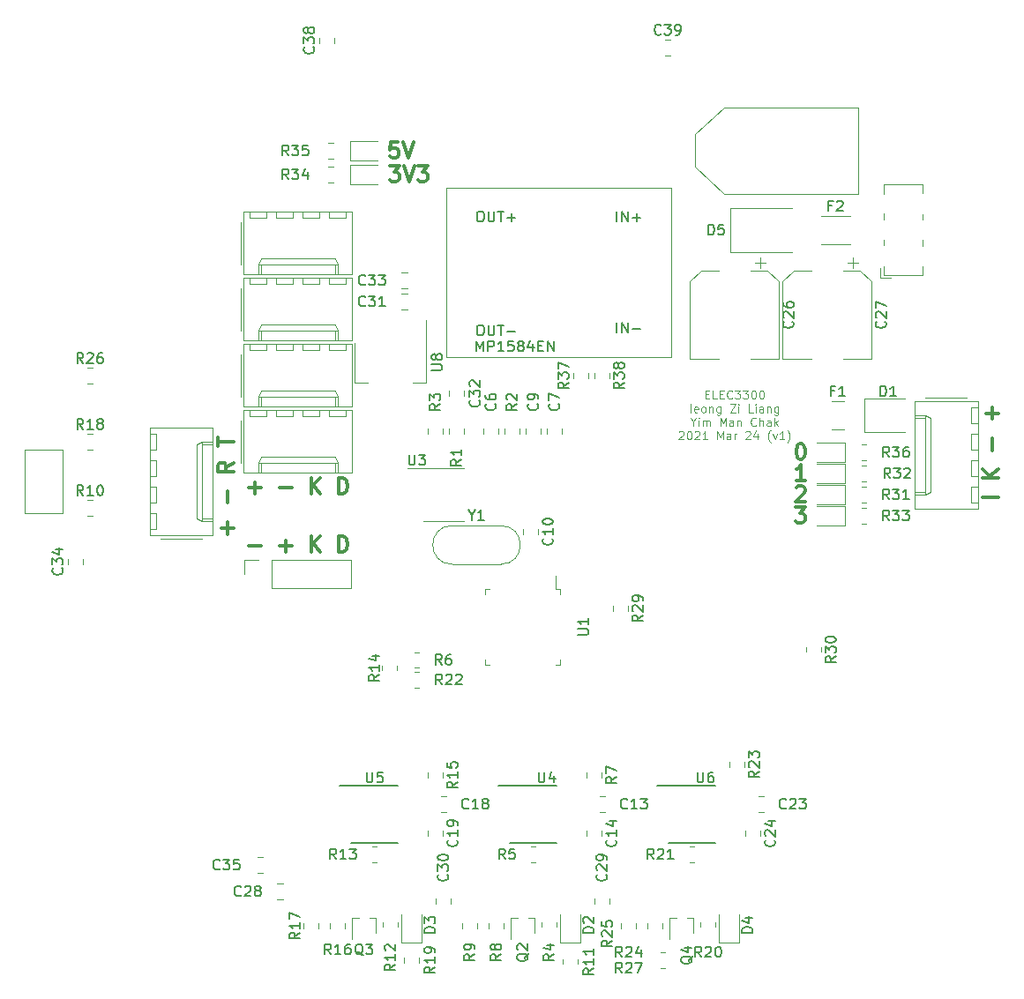
<source format=gbr>
%TF.GenerationSoftware,KiCad,Pcbnew,5.1.9-73d0e3b20d~88~ubuntu20.04.1*%
%TF.CreationDate,2021-03-24T22:26:07+08:00*%
%TF.ProjectId,elec-car,656c6563-2d63-4617-922e-6b696361645f,rev?*%
%TF.SameCoordinates,Original*%
%TF.FileFunction,Legend,Top*%
%TF.FilePolarity,Positive*%
%FSLAX46Y46*%
G04 Gerber Fmt 4.6, Leading zero omitted, Abs format (unit mm)*
G04 Created by KiCad (PCBNEW 5.1.9-73d0e3b20d~88~ubuntu20.04.1) date 2021-03-24 22:26:07*
%MOMM*%
%LPD*%
G01*
G04 APERTURE LIST*
%ADD10C,0.300000*%
%ADD11C,0.100000*%
%ADD12C,0.120000*%
%ADD13C,0.150000*%
G04 APERTURE END LIST*
D10*
X152320857Y-77664571D02*
X153249428Y-77664571D01*
X152749428Y-78236000D01*
X152963714Y-78236000D01*
X153106571Y-78307428D01*
X153178000Y-78378857D01*
X153249428Y-78521714D01*
X153249428Y-78878857D01*
X153178000Y-79021714D01*
X153106571Y-79093142D01*
X152963714Y-79164571D01*
X152535142Y-79164571D01*
X152392285Y-79093142D01*
X152320857Y-79021714D01*
X153678000Y-77664571D02*
X154178000Y-79164571D01*
X154678000Y-77664571D01*
X155035142Y-77664571D02*
X155963714Y-77664571D01*
X155463714Y-78236000D01*
X155678000Y-78236000D01*
X155820857Y-78307428D01*
X155892285Y-78378857D01*
X155963714Y-78521714D01*
X155963714Y-78878857D01*
X155892285Y-79021714D01*
X155820857Y-79093142D01*
X155678000Y-79164571D01*
X155249428Y-79164571D01*
X155106571Y-79093142D01*
X155035142Y-79021714D01*
X153130285Y-75378571D02*
X152416000Y-75378571D01*
X152344571Y-76092857D01*
X152416000Y-76021428D01*
X152558857Y-75950000D01*
X152916000Y-75950000D01*
X153058857Y-76021428D01*
X153130285Y-76092857D01*
X153201714Y-76235714D01*
X153201714Y-76592857D01*
X153130285Y-76735714D01*
X153058857Y-76807142D01*
X152916000Y-76878571D01*
X152558857Y-76878571D01*
X152416000Y-76807142D01*
X152344571Y-76735714D01*
X153630285Y-75378571D02*
X154130285Y-76878571D01*
X154630285Y-75378571D01*
X210736571Y-109477428D02*
X209236571Y-109477428D01*
X210736571Y-107620285D02*
X209236571Y-107620285D01*
X210736571Y-106763142D02*
X209879428Y-107406000D01*
X209236571Y-106763142D02*
X210093714Y-107620285D01*
X210165142Y-104977428D02*
X210165142Y-103834571D01*
X210165142Y-101977428D02*
X210165142Y-100834571D01*
X210736571Y-101406000D02*
X209593714Y-101406000D01*
X136759142Y-112993714D02*
X136759142Y-111850857D01*
X137330571Y-112422285D02*
X136187714Y-112422285D01*
X136759142Y-109993714D02*
X136759142Y-108850857D01*
X137330571Y-106136571D02*
X136616285Y-106636571D01*
X137330571Y-106993714D02*
X135830571Y-106993714D01*
X135830571Y-106422285D01*
X135902000Y-106279428D01*
X135973428Y-106208000D01*
X136116285Y-106136571D01*
X136330571Y-106136571D01*
X136473428Y-106208000D01*
X136544857Y-106279428D01*
X136616285Y-106422285D01*
X136616285Y-106993714D01*
X135830571Y-104565142D02*
X135830571Y-103708000D01*
X137330571Y-104136571D02*
X135830571Y-104136571D01*
X138795714Y-108565142D02*
X139938571Y-108565142D01*
X139367142Y-109136571D02*
X139367142Y-107993714D01*
X141795714Y-108565142D02*
X142938571Y-108565142D01*
X144795714Y-109136571D02*
X144795714Y-107636571D01*
X145652857Y-109136571D02*
X145010000Y-108279428D01*
X145652857Y-107636571D02*
X144795714Y-108493714D01*
X147438571Y-109136571D02*
X147438571Y-107636571D01*
X147795714Y-107636571D01*
X148010000Y-107708000D01*
X148152857Y-107850857D01*
X148224285Y-107993714D01*
X148295714Y-108279428D01*
X148295714Y-108493714D01*
X148224285Y-108779428D01*
X148152857Y-108922285D01*
X148010000Y-109065142D01*
X147795714Y-109136571D01*
X147438571Y-109136571D01*
X138795714Y-114153142D02*
X139938571Y-114153142D01*
X141795714Y-114153142D02*
X142938571Y-114153142D01*
X142367142Y-114724571D02*
X142367142Y-113581714D01*
X144795714Y-114724571D02*
X144795714Y-113224571D01*
X145652857Y-114724571D02*
X145010000Y-113867428D01*
X145652857Y-113224571D02*
X144795714Y-114081714D01*
X147438571Y-114724571D02*
X147438571Y-113224571D01*
X147795714Y-113224571D01*
X148010000Y-113296000D01*
X148152857Y-113438857D01*
X148224285Y-113581714D01*
X148295714Y-113867428D01*
X148295714Y-114081714D01*
X148224285Y-114367428D01*
X148152857Y-114510285D01*
X148010000Y-114653142D01*
X147795714Y-114724571D01*
X147438571Y-114724571D01*
D11*
X182639047Y-99592857D02*
X182905714Y-99592857D01*
X183020000Y-100011904D02*
X182639047Y-100011904D01*
X182639047Y-99211904D01*
X183020000Y-99211904D01*
X183743809Y-100011904D02*
X183362857Y-100011904D01*
X183362857Y-99211904D01*
X184010476Y-99592857D02*
X184277142Y-99592857D01*
X184391428Y-100011904D02*
X184010476Y-100011904D01*
X184010476Y-99211904D01*
X184391428Y-99211904D01*
X185191428Y-99935714D02*
X185153333Y-99973809D01*
X185039047Y-100011904D01*
X184962857Y-100011904D01*
X184848571Y-99973809D01*
X184772380Y-99897619D01*
X184734285Y-99821428D01*
X184696190Y-99669047D01*
X184696190Y-99554761D01*
X184734285Y-99402380D01*
X184772380Y-99326190D01*
X184848571Y-99250000D01*
X184962857Y-99211904D01*
X185039047Y-99211904D01*
X185153333Y-99250000D01*
X185191428Y-99288095D01*
X185458095Y-99211904D02*
X185953333Y-99211904D01*
X185686666Y-99516666D01*
X185800952Y-99516666D01*
X185877142Y-99554761D01*
X185915238Y-99592857D01*
X185953333Y-99669047D01*
X185953333Y-99859523D01*
X185915238Y-99935714D01*
X185877142Y-99973809D01*
X185800952Y-100011904D01*
X185572380Y-100011904D01*
X185496190Y-99973809D01*
X185458095Y-99935714D01*
X186220000Y-99211904D02*
X186715238Y-99211904D01*
X186448571Y-99516666D01*
X186562857Y-99516666D01*
X186639047Y-99554761D01*
X186677142Y-99592857D01*
X186715238Y-99669047D01*
X186715238Y-99859523D01*
X186677142Y-99935714D01*
X186639047Y-99973809D01*
X186562857Y-100011904D01*
X186334285Y-100011904D01*
X186258095Y-99973809D01*
X186220000Y-99935714D01*
X187210476Y-99211904D02*
X187286666Y-99211904D01*
X187362857Y-99250000D01*
X187400952Y-99288095D01*
X187439047Y-99364285D01*
X187477142Y-99516666D01*
X187477142Y-99707142D01*
X187439047Y-99859523D01*
X187400952Y-99935714D01*
X187362857Y-99973809D01*
X187286666Y-100011904D01*
X187210476Y-100011904D01*
X187134285Y-99973809D01*
X187096190Y-99935714D01*
X187058095Y-99859523D01*
X187020000Y-99707142D01*
X187020000Y-99516666D01*
X187058095Y-99364285D01*
X187096190Y-99288095D01*
X187134285Y-99250000D01*
X187210476Y-99211904D01*
X187972380Y-99211904D02*
X188048571Y-99211904D01*
X188124761Y-99250000D01*
X188162857Y-99288095D01*
X188200952Y-99364285D01*
X188239047Y-99516666D01*
X188239047Y-99707142D01*
X188200952Y-99859523D01*
X188162857Y-99935714D01*
X188124761Y-99973809D01*
X188048571Y-100011904D01*
X187972380Y-100011904D01*
X187896190Y-99973809D01*
X187858095Y-99935714D01*
X187820000Y-99859523D01*
X187781904Y-99707142D01*
X187781904Y-99516666D01*
X187820000Y-99364285D01*
X187858095Y-99288095D01*
X187896190Y-99250000D01*
X187972380Y-99211904D01*
X181210476Y-101311904D02*
X181210476Y-100511904D01*
X181896190Y-101273809D02*
X181820000Y-101311904D01*
X181667619Y-101311904D01*
X181591428Y-101273809D01*
X181553333Y-101197619D01*
X181553333Y-100892857D01*
X181591428Y-100816666D01*
X181667619Y-100778571D01*
X181820000Y-100778571D01*
X181896190Y-100816666D01*
X181934285Y-100892857D01*
X181934285Y-100969047D01*
X181553333Y-101045238D01*
X182391428Y-101311904D02*
X182315238Y-101273809D01*
X182277142Y-101235714D01*
X182239047Y-101159523D01*
X182239047Y-100930952D01*
X182277142Y-100854761D01*
X182315238Y-100816666D01*
X182391428Y-100778571D01*
X182505714Y-100778571D01*
X182581904Y-100816666D01*
X182620000Y-100854761D01*
X182658095Y-100930952D01*
X182658095Y-101159523D01*
X182620000Y-101235714D01*
X182581904Y-101273809D01*
X182505714Y-101311904D01*
X182391428Y-101311904D01*
X183000952Y-100778571D02*
X183000952Y-101311904D01*
X183000952Y-100854761D02*
X183039047Y-100816666D01*
X183115238Y-100778571D01*
X183229523Y-100778571D01*
X183305714Y-100816666D01*
X183343809Y-100892857D01*
X183343809Y-101311904D01*
X184067619Y-100778571D02*
X184067619Y-101426190D01*
X184029523Y-101502380D01*
X183991428Y-101540476D01*
X183915238Y-101578571D01*
X183800952Y-101578571D01*
X183724761Y-101540476D01*
X184067619Y-101273809D02*
X183991428Y-101311904D01*
X183839047Y-101311904D01*
X183762857Y-101273809D01*
X183724761Y-101235714D01*
X183686666Y-101159523D01*
X183686666Y-100930952D01*
X183724761Y-100854761D01*
X183762857Y-100816666D01*
X183839047Y-100778571D01*
X183991428Y-100778571D01*
X184067619Y-100816666D01*
X184981904Y-100511904D02*
X185515238Y-100511904D01*
X184981904Y-101311904D01*
X185515238Y-101311904D01*
X185820000Y-101311904D02*
X185820000Y-100778571D01*
X185820000Y-100511904D02*
X185781904Y-100550000D01*
X185820000Y-100588095D01*
X185858095Y-100550000D01*
X185820000Y-100511904D01*
X185820000Y-100588095D01*
X187191428Y-101311904D02*
X186810476Y-101311904D01*
X186810476Y-100511904D01*
X187458095Y-101311904D02*
X187458095Y-100778571D01*
X187458095Y-100511904D02*
X187420000Y-100550000D01*
X187458095Y-100588095D01*
X187496190Y-100550000D01*
X187458095Y-100511904D01*
X187458095Y-100588095D01*
X188181904Y-101311904D02*
X188181904Y-100892857D01*
X188143809Y-100816666D01*
X188067619Y-100778571D01*
X187915238Y-100778571D01*
X187839047Y-100816666D01*
X188181904Y-101273809D02*
X188105714Y-101311904D01*
X187915238Y-101311904D01*
X187839047Y-101273809D01*
X187800952Y-101197619D01*
X187800952Y-101121428D01*
X187839047Y-101045238D01*
X187915238Y-101007142D01*
X188105714Y-101007142D01*
X188181904Y-100969047D01*
X188562857Y-100778571D02*
X188562857Y-101311904D01*
X188562857Y-100854761D02*
X188600952Y-100816666D01*
X188677142Y-100778571D01*
X188791428Y-100778571D01*
X188867619Y-100816666D01*
X188905714Y-100892857D01*
X188905714Y-101311904D01*
X189629523Y-100778571D02*
X189629523Y-101426190D01*
X189591428Y-101502380D01*
X189553333Y-101540476D01*
X189477142Y-101578571D01*
X189362857Y-101578571D01*
X189286666Y-101540476D01*
X189629523Y-101273809D02*
X189553333Y-101311904D01*
X189400952Y-101311904D01*
X189324761Y-101273809D01*
X189286666Y-101235714D01*
X189248571Y-101159523D01*
X189248571Y-100930952D01*
X189286666Y-100854761D01*
X189324761Y-100816666D01*
X189400952Y-100778571D01*
X189553333Y-100778571D01*
X189629523Y-100816666D01*
X181458095Y-102230952D02*
X181458095Y-102611904D01*
X181191428Y-101811904D02*
X181458095Y-102230952D01*
X181724761Y-101811904D01*
X181991428Y-102611904D02*
X181991428Y-102078571D01*
X181991428Y-101811904D02*
X181953333Y-101850000D01*
X181991428Y-101888095D01*
X182029523Y-101850000D01*
X181991428Y-101811904D01*
X181991428Y-101888095D01*
X182372380Y-102611904D02*
X182372380Y-102078571D01*
X182372380Y-102154761D02*
X182410476Y-102116666D01*
X182486666Y-102078571D01*
X182600952Y-102078571D01*
X182677142Y-102116666D01*
X182715238Y-102192857D01*
X182715238Y-102611904D01*
X182715238Y-102192857D02*
X182753333Y-102116666D01*
X182829523Y-102078571D01*
X182943809Y-102078571D01*
X183020000Y-102116666D01*
X183058095Y-102192857D01*
X183058095Y-102611904D01*
X184048571Y-102611904D02*
X184048571Y-101811904D01*
X184315238Y-102383333D01*
X184581904Y-101811904D01*
X184581904Y-102611904D01*
X185305714Y-102611904D02*
X185305714Y-102192857D01*
X185267619Y-102116666D01*
X185191428Y-102078571D01*
X185039047Y-102078571D01*
X184962857Y-102116666D01*
X185305714Y-102573809D02*
X185229523Y-102611904D01*
X185039047Y-102611904D01*
X184962857Y-102573809D01*
X184924761Y-102497619D01*
X184924761Y-102421428D01*
X184962857Y-102345238D01*
X185039047Y-102307142D01*
X185229523Y-102307142D01*
X185305714Y-102269047D01*
X185686666Y-102078571D02*
X185686666Y-102611904D01*
X185686666Y-102154761D02*
X185724761Y-102116666D01*
X185800952Y-102078571D01*
X185915238Y-102078571D01*
X185991428Y-102116666D01*
X186029523Y-102192857D01*
X186029523Y-102611904D01*
X187477142Y-102535714D02*
X187439047Y-102573809D01*
X187324761Y-102611904D01*
X187248571Y-102611904D01*
X187134285Y-102573809D01*
X187058095Y-102497619D01*
X187020000Y-102421428D01*
X186981904Y-102269047D01*
X186981904Y-102154761D01*
X187020000Y-102002380D01*
X187058095Y-101926190D01*
X187134285Y-101850000D01*
X187248571Y-101811904D01*
X187324761Y-101811904D01*
X187439047Y-101850000D01*
X187477142Y-101888095D01*
X187820000Y-102611904D02*
X187820000Y-101811904D01*
X188162857Y-102611904D02*
X188162857Y-102192857D01*
X188124761Y-102116666D01*
X188048571Y-102078571D01*
X187934285Y-102078571D01*
X187858095Y-102116666D01*
X187820000Y-102154761D01*
X188886666Y-102611904D02*
X188886666Y-102192857D01*
X188848571Y-102116666D01*
X188772380Y-102078571D01*
X188620000Y-102078571D01*
X188543809Y-102116666D01*
X188886666Y-102573809D02*
X188810476Y-102611904D01*
X188620000Y-102611904D01*
X188543809Y-102573809D01*
X188505714Y-102497619D01*
X188505714Y-102421428D01*
X188543809Y-102345238D01*
X188620000Y-102307142D01*
X188810476Y-102307142D01*
X188886666Y-102269047D01*
X189267619Y-102611904D02*
X189267619Y-101811904D01*
X189343809Y-102307142D02*
X189572380Y-102611904D01*
X189572380Y-102078571D02*
X189267619Y-102383333D01*
X180086666Y-103188095D02*
X180124761Y-103150000D01*
X180200952Y-103111904D01*
X180391428Y-103111904D01*
X180467619Y-103150000D01*
X180505714Y-103188095D01*
X180543809Y-103264285D01*
X180543809Y-103340476D01*
X180505714Y-103454761D01*
X180048571Y-103911904D01*
X180543809Y-103911904D01*
X181039047Y-103111904D02*
X181115238Y-103111904D01*
X181191428Y-103150000D01*
X181229523Y-103188095D01*
X181267619Y-103264285D01*
X181305714Y-103416666D01*
X181305714Y-103607142D01*
X181267619Y-103759523D01*
X181229523Y-103835714D01*
X181191428Y-103873809D01*
X181115238Y-103911904D01*
X181039047Y-103911904D01*
X180962857Y-103873809D01*
X180924761Y-103835714D01*
X180886666Y-103759523D01*
X180848571Y-103607142D01*
X180848571Y-103416666D01*
X180886666Y-103264285D01*
X180924761Y-103188095D01*
X180962857Y-103150000D01*
X181039047Y-103111904D01*
X181610476Y-103188095D02*
X181648571Y-103150000D01*
X181724761Y-103111904D01*
X181915238Y-103111904D01*
X181991428Y-103150000D01*
X182029523Y-103188095D01*
X182067619Y-103264285D01*
X182067619Y-103340476D01*
X182029523Y-103454761D01*
X181572380Y-103911904D01*
X182067619Y-103911904D01*
X182829523Y-103911904D02*
X182372380Y-103911904D01*
X182600952Y-103911904D02*
X182600952Y-103111904D01*
X182524761Y-103226190D01*
X182448571Y-103302380D01*
X182372380Y-103340476D01*
X183781904Y-103911904D02*
X183781904Y-103111904D01*
X184048571Y-103683333D01*
X184315238Y-103111904D01*
X184315238Y-103911904D01*
X185039047Y-103911904D02*
X185039047Y-103492857D01*
X185000952Y-103416666D01*
X184924761Y-103378571D01*
X184772380Y-103378571D01*
X184696190Y-103416666D01*
X185039047Y-103873809D02*
X184962857Y-103911904D01*
X184772380Y-103911904D01*
X184696190Y-103873809D01*
X184658095Y-103797619D01*
X184658095Y-103721428D01*
X184696190Y-103645238D01*
X184772380Y-103607142D01*
X184962857Y-103607142D01*
X185039047Y-103569047D01*
X185420000Y-103911904D02*
X185420000Y-103378571D01*
X185420000Y-103530952D02*
X185458095Y-103454761D01*
X185496190Y-103416666D01*
X185572380Y-103378571D01*
X185648571Y-103378571D01*
X186486666Y-103188095D02*
X186524761Y-103150000D01*
X186600952Y-103111904D01*
X186791428Y-103111904D01*
X186867619Y-103150000D01*
X186905714Y-103188095D01*
X186943809Y-103264285D01*
X186943809Y-103340476D01*
X186905714Y-103454761D01*
X186448571Y-103911904D01*
X186943809Y-103911904D01*
X187629523Y-103378571D02*
X187629523Y-103911904D01*
X187439047Y-103073809D02*
X187248571Y-103645238D01*
X187743809Y-103645238D01*
X188886666Y-104216666D02*
X188848571Y-104178571D01*
X188772380Y-104064285D01*
X188734285Y-103988095D01*
X188696190Y-103873809D01*
X188658095Y-103683333D01*
X188658095Y-103530952D01*
X188696190Y-103340476D01*
X188734285Y-103226190D01*
X188772380Y-103150000D01*
X188848571Y-103035714D01*
X188886666Y-102997619D01*
X189115238Y-103378571D02*
X189305714Y-103911904D01*
X189496190Y-103378571D01*
X190220000Y-103911904D02*
X189762857Y-103911904D01*
X189991428Y-103911904D02*
X189991428Y-103111904D01*
X189915238Y-103226190D01*
X189839047Y-103302380D01*
X189762857Y-103340476D01*
X190486666Y-104216666D02*
X190524761Y-104178571D01*
X190600952Y-104064285D01*
X190639047Y-103988095D01*
X190677142Y-103873809D01*
X190715238Y-103683333D01*
X190715238Y-103530952D01*
X190677142Y-103340476D01*
X190639047Y-103226190D01*
X190600952Y-103150000D01*
X190524761Y-103035714D01*
X190486666Y-102997619D01*
D10*
X191270000Y-110430571D02*
X192198571Y-110430571D01*
X191698571Y-111002000D01*
X191912857Y-111002000D01*
X192055714Y-111073428D01*
X192127142Y-111144857D01*
X192198571Y-111287714D01*
X192198571Y-111644857D01*
X192127142Y-111787714D01*
X192055714Y-111859142D01*
X191912857Y-111930571D01*
X191484285Y-111930571D01*
X191341428Y-111859142D01*
X191270000Y-111787714D01*
X191341428Y-108541428D02*
X191412857Y-108470000D01*
X191555714Y-108398571D01*
X191912857Y-108398571D01*
X192055714Y-108470000D01*
X192127142Y-108541428D01*
X192198571Y-108684285D01*
X192198571Y-108827142D01*
X192127142Y-109041428D01*
X191270000Y-109898571D01*
X192198571Y-109898571D01*
X192198571Y-107866571D02*
X191341428Y-107866571D01*
X191770000Y-107866571D02*
X191770000Y-106366571D01*
X191627142Y-106580857D01*
X191484285Y-106723714D01*
X191341428Y-106795142D01*
X191698571Y-104334571D02*
X191841428Y-104334571D01*
X191984285Y-104406000D01*
X192055714Y-104477428D01*
X192127142Y-104620285D01*
X192198571Y-104906000D01*
X192198571Y-105263142D01*
X192127142Y-105548857D01*
X192055714Y-105691714D01*
X191984285Y-105763142D01*
X191841428Y-105834571D01*
X191698571Y-105834571D01*
X191555714Y-105763142D01*
X191484285Y-105691714D01*
X191412857Y-105548857D01*
X191341428Y-105263142D01*
X191341428Y-104906000D01*
X191412857Y-104620285D01*
X191484285Y-104477428D01*
X191555714Y-104406000D01*
X191698571Y-104334571D01*
D12*
%TO.C,R38*%
X173455000Y-97562936D02*
X173455000Y-98017064D01*
X171985000Y-97562936D02*
X171985000Y-98017064D01*
%TO.C,R37*%
X169953000Y-98017064D02*
X169953000Y-97562936D01*
X171423000Y-98017064D02*
X171423000Y-97562936D01*
%TO.C,J14*%
X140970000Y-118170000D02*
X140970000Y-115510000D01*
X140970000Y-118170000D02*
X148650000Y-118170000D01*
X148650000Y-118170000D02*
X148650000Y-115510000D01*
X140970000Y-115510000D02*
X148650000Y-115510000D01*
X138370000Y-115510000D02*
X139700000Y-115510000D01*
X138370000Y-116840000D02*
X138370000Y-115510000D01*
%TO.C,R36*%
X198093064Y-105891000D02*
X197638936Y-105891000D01*
X198093064Y-104421000D02*
X197638936Y-104421000D01*
%TO.C,D17*%
X193310000Y-106116000D02*
X195995000Y-106116000D01*
X195995000Y-106116000D02*
X195995000Y-104196000D01*
X195995000Y-104196000D02*
X193310000Y-104196000D01*
%TO.C,R35*%
X146434436Y-75465000D02*
X146888564Y-75465000D01*
X146434436Y-76935000D02*
X146888564Y-76935000D01*
%TO.C,R34*%
X146434436Y-77751000D02*
X146888564Y-77751000D01*
X146434436Y-79221000D02*
X146888564Y-79221000D01*
%TO.C,R33*%
X198093064Y-111987000D02*
X197638936Y-111987000D01*
X198093064Y-110517000D02*
X197638936Y-110517000D01*
%TO.C,R32*%
X198093064Y-107923000D02*
X197638936Y-107923000D01*
X198093064Y-106453000D02*
X197638936Y-106453000D01*
%TO.C,R31*%
X198093064Y-109955000D02*
X197638936Y-109955000D01*
X198093064Y-108485000D02*
X197638936Y-108485000D01*
%TO.C,D16*%
X151192500Y-75240000D02*
X148507500Y-75240000D01*
X148507500Y-75240000D02*
X148507500Y-77160000D01*
X148507500Y-77160000D02*
X151192500Y-77160000D01*
%TO.C,D15*%
X151192500Y-77526000D02*
X148507500Y-77526000D01*
X148507500Y-77526000D02*
X148507500Y-79446000D01*
X148507500Y-79446000D02*
X151192500Y-79446000D01*
%TO.C,D14*%
X193310000Y-112212000D02*
X195995000Y-112212000D01*
X195995000Y-112212000D02*
X195995000Y-110292000D01*
X195995000Y-110292000D02*
X193310000Y-110292000D01*
%TO.C,D13*%
X193310000Y-108148000D02*
X195995000Y-108148000D01*
X195995000Y-108148000D02*
X195995000Y-106228000D01*
X195995000Y-106228000D02*
X193310000Y-106228000D01*
%TO.C,D12*%
X193310000Y-110180000D02*
X195995000Y-110180000D01*
X195995000Y-110180000D02*
X195995000Y-108260000D01*
X195995000Y-108260000D02*
X193310000Y-108260000D01*
%TO.C,R30*%
X193775000Y-123875436D02*
X193775000Y-124329564D01*
X192305000Y-123875436D02*
X192305000Y-124329564D01*
%TO.C,C39*%
X178742748Y-65559000D02*
X179265252Y-65559000D01*
X178742748Y-67029000D02*
X179265252Y-67029000D01*
%TO.C,C38*%
X145569000Y-65859252D02*
X145569000Y-65336748D01*
X147039000Y-65859252D02*
X147039000Y-65336748D01*
%TO.C,C35*%
X139626748Y-144045000D02*
X140149252Y-144045000D01*
X139626748Y-145515000D02*
X140149252Y-145515000D01*
%TO.C,C34*%
X121439000Y-115897252D02*
X121439000Y-115374748D01*
X122909000Y-115897252D02*
X122909000Y-115374748D01*
%TO.C,C33*%
X153474748Y-89381000D02*
X153997252Y-89381000D01*
X153474748Y-87911000D02*
X153997252Y-87911000D01*
%TO.C,U8*%
X155810000Y-92420000D02*
X155810000Y-98430000D01*
X148990000Y-94670000D02*
X148990000Y-98430000D01*
X155810000Y-98430000D02*
X154550000Y-98430000D01*
X148990000Y-98430000D02*
X150250000Y-98430000D01*
%TO.C,C32*%
X159485000Y-99763252D02*
X159485000Y-99240748D01*
X158015000Y-99763252D02*
X158015000Y-99240748D01*
%TO.C,C31*%
X153474748Y-91413000D02*
X153997252Y-91413000D01*
X153474748Y-89943000D02*
X153997252Y-89943000D01*
%TO.C,C30*%
X158215000Y-148531252D02*
X158215000Y-148008748D01*
X156745000Y-148531252D02*
X156745000Y-148008748D01*
%TO.C,C29*%
X173455000Y-148531252D02*
X173455000Y-148008748D01*
X171985000Y-148531252D02*
X171985000Y-148008748D01*
%TO.C,C28*%
X141536748Y-148055000D02*
X142059252Y-148055000D01*
X141536748Y-146585000D02*
X142059252Y-146585000D01*
%TO.C,U7*%
X157734000Y-79756000D02*
X179324000Y-79756000D01*
X157734000Y-90424000D02*
X157734000Y-79756000D01*
X157734000Y-96012000D02*
X157734000Y-90424000D01*
X179324000Y-96012000D02*
X157734000Y-96012000D01*
X179324000Y-79756000D02*
X179324000Y-96012000D01*
%TO.C,SW2*%
X199750000Y-88130000D02*
X199750000Y-87280000D01*
X199750000Y-85280000D02*
X199750000Y-84750000D01*
X199750000Y-82810000D02*
X199750000Y-82250000D01*
X199750000Y-80310000D02*
X199750000Y-79430000D01*
X199750000Y-79430000D02*
X203450000Y-79430000D01*
X203450000Y-79430000D02*
X203450000Y-80300000D01*
X203450000Y-82260000D02*
X203450000Y-82810000D01*
X203450000Y-84750000D02*
X203450000Y-85310000D01*
X203450000Y-87250000D02*
X203450000Y-88130000D01*
X203450000Y-88130000D02*
X199750000Y-88130000D01*
X200450000Y-88430000D02*
X199450000Y-88430000D01*
X199450000Y-88430000D02*
X199450000Y-87430000D01*
%TO.C,J13*%
X197290000Y-72050000D02*
X184440000Y-72050000D01*
X181590000Y-74600000D02*
X181590000Y-77750000D01*
X184440000Y-80350000D02*
X197290000Y-80350000D01*
X197290000Y-80350000D02*
X197290000Y-72050000D01*
X184440000Y-72050000D02*
X181590000Y-74600000D01*
X181590000Y-77750000D02*
X184440000Y-80350000D01*
%TO.C,F2*%
X193705936Y-82460000D02*
X196510064Y-82460000D01*
X193705936Y-85180000D02*
X196510064Y-85180000D01*
%TO.C,D5*%
X190912500Y-81685000D02*
X185027500Y-81685000D01*
X185027500Y-81685000D02*
X185027500Y-85955000D01*
X185027500Y-85955000D02*
X190912500Y-85955000D01*
%TO.C,C27*%
X190050000Y-96210000D02*
X192800000Y-96210000D01*
X198570000Y-96210000D02*
X195820000Y-96210000D01*
X198570000Y-88754437D02*
X198570000Y-96210000D01*
X190050000Y-88754437D02*
X190050000Y-96210000D01*
X191114437Y-87690000D02*
X192800000Y-87690000D01*
X197505563Y-87690000D02*
X195820000Y-87690000D01*
X197505563Y-87690000D02*
X198570000Y-88754437D01*
X191114437Y-87690000D02*
X190050000Y-88754437D01*
X196820000Y-86450000D02*
X196820000Y-87450000D01*
X197320000Y-86950000D02*
X196320000Y-86950000D01*
%TO.C,C26*%
X181160000Y-96210000D02*
X183910000Y-96210000D01*
X189680000Y-96210000D02*
X186930000Y-96210000D01*
X189680000Y-88754437D02*
X189680000Y-96210000D01*
X181160000Y-88754437D02*
X181160000Y-96210000D01*
X182224437Y-87690000D02*
X183910000Y-87690000D01*
X188615563Y-87690000D02*
X186930000Y-87690000D01*
X188615563Y-87690000D02*
X189680000Y-88754437D01*
X182224437Y-87690000D02*
X181160000Y-88754437D01*
X187930000Y-86450000D02*
X187930000Y-87450000D01*
X188430000Y-86950000D02*
X187430000Y-86950000D01*
%TO.C,Y1*%
X158310000Y-115896000D02*
X163010000Y-115896000D01*
X158310000Y-112196000D02*
X163010000Y-112196000D01*
X163010000Y-115896000D02*
G75*
G03*
X163010000Y-112196000I0J1850000D01*
G01*
X158310000Y-115896000D02*
G75*
G02*
X158310000Y-112196000I0J1850000D01*
G01*
%TO.C,R29*%
X173763000Y-119914936D02*
X173763000Y-120369064D01*
X175233000Y-119914936D02*
X175233000Y-120369064D01*
%TO.C,J12*%
X148120000Y-82660000D02*
X148120000Y-82060000D01*
X146520000Y-82660000D02*
X148120000Y-82660000D01*
X146520000Y-82060000D02*
X146520000Y-82660000D01*
X145580000Y-82660000D02*
X145580000Y-82060000D01*
X143980000Y-82660000D02*
X145580000Y-82660000D01*
X143980000Y-82060000D02*
X143980000Y-82660000D01*
X143040000Y-82660000D02*
X143040000Y-82060000D01*
X141440000Y-82660000D02*
X143040000Y-82660000D01*
X141440000Y-82060000D02*
X141440000Y-82660000D01*
X140500000Y-82660000D02*
X140500000Y-82060000D01*
X138900000Y-82660000D02*
X140500000Y-82660000D01*
X138900000Y-82060000D02*
X138900000Y-82660000D01*
X147070000Y-88080000D02*
X147070000Y-87080000D01*
X139950000Y-88080000D02*
X139950000Y-87080000D01*
X147070000Y-86550000D02*
X147320000Y-87080000D01*
X139950000Y-86550000D02*
X147070000Y-86550000D01*
X139700000Y-87080000D02*
X139950000Y-86550000D01*
X147320000Y-87080000D02*
X147320000Y-88080000D01*
X139700000Y-87080000D02*
X147320000Y-87080000D01*
X139700000Y-88080000D02*
X139700000Y-87080000D01*
X138030000Y-83090000D02*
X138030000Y-87090000D01*
X148700000Y-82060000D02*
X138320000Y-82060000D01*
X148700000Y-88080000D02*
X148700000Y-82060000D01*
X138320000Y-88080000D02*
X148700000Y-88080000D01*
X138320000Y-82060000D02*
X138320000Y-88080000D01*
%TO.C,J11*%
X148120000Y-101710000D02*
X148120000Y-101110000D01*
X146520000Y-101710000D02*
X148120000Y-101710000D01*
X146520000Y-101110000D02*
X146520000Y-101710000D01*
X145580000Y-101710000D02*
X145580000Y-101110000D01*
X143980000Y-101710000D02*
X145580000Y-101710000D01*
X143980000Y-101110000D02*
X143980000Y-101710000D01*
X143040000Y-101710000D02*
X143040000Y-101110000D01*
X141440000Y-101710000D02*
X143040000Y-101710000D01*
X141440000Y-101110000D02*
X141440000Y-101710000D01*
X140500000Y-101710000D02*
X140500000Y-101110000D01*
X138900000Y-101710000D02*
X140500000Y-101710000D01*
X138900000Y-101110000D02*
X138900000Y-101710000D01*
X147070000Y-107130000D02*
X147070000Y-106130000D01*
X139950000Y-107130000D02*
X139950000Y-106130000D01*
X147070000Y-105600000D02*
X147320000Y-106130000D01*
X139950000Y-105600000D02*
X147070000Y-105600000D01*
X139700000Y-106130000D02*
X139950000Y-105600000D01*
X147320000Y-106130000D02*
X147320000Y-107130000D01*
X139700000Y-106130000D02*
X147320000Y-106130000D01*
X139700000Y-107130000D02*
X139700000Y-106130000D01*
X138030000Y-102140000D02*
X138030000Y-106140000D01*
X148700000Y-101110000D02*
X138320000Y-101110000D01*
X148700000Y-107130000D02*
X148700000Y-101110000D01*
X138320000Y-107130000D02*
X148700000Y-107130000D01*
X138320000Y-101110000D02*
X138320000Y-107130000D01*
%TO.C,J10*%
X148120000Y-95360000D02*
X148120000Y-94760000D01*
X146520000Y-95360000D02*
X148120000Y-95360000D01*
X146520000Y-94760000D02*
X146520000Y-95360000D01*
X145580000Y-95360000D02*
X145580000Y-94760000D01*
X143980000Y-95360000D02*
X145580000Y-95360000D01*
X143980000Y-94760000D02*
X143980000Y-95360000D01*
X143040000Y-95360000D02*
X143040000Y-94760000D01*
X141440000Y-95360000D02*
X143040000Y-95360000D01*
X141440000Y-94760000D02*
X141440000Y-95360000D01*
X140500000Y-95360000D02*
X140500000Y-94760000D01*
X138900000Y-95360000D02*
X140500000Y-95360000D01*
X138900000Y-94760000D02*
X138900000Y-95360000D01*
X147070000Y-100780000D02*
X147070000Y-99780000D01*
X139950000Y-100780000D02*
X139950000Y-99780000D01*
X147070000Y-99250000D02*
X147320000Y-99780000D01*
X139950000Y-99250000D02*
X147070000Y-99250000D01*
X139700000Y-99780000D02*
X139950000Y-99250000D01*
X147320000Y-99780000D02*
X147320000Y-100780000D01*
X139700000Y-99780000D02*
X147320000Y-99780000D01*
X139700000Y-100780000D02*
X139700000Y-99780000D01*
X138030000Y-95790000D02*
X138030000Y-99790000D01*
X148700000Y-94760000D02*
X138320000Y-94760000D01*
X148700000Y-100780000D02*
X148700000Y-94760000D01*
X138320000Y-100780000D02*
X148700000Y-100780000D01*
X138320000Y-94760000D02*
X138320000Y-100780000D01*
%TO.C,J9*%
X148120000Y-89010000D02*
X148120000Y-88410000D01*
X146520000Y-89010000D02*
X148120000Y-89010000D01*
X146520000Y-88410000D02*
X146520000Y-89010000D01*
X145580000Y-89010000D02*
X145580000Y-88410000D01*
X143980000Y-89010000D02*
X145580000Y-89010000D01*
X143980000Y-88410000D02*
X143980000Y-89010000D01*
X143040000Y-89010000D02*
X143040000Y-88410000D01*
X141440000Y-89010000D02*
X143040000Y-89010000D01*
X141440000Y-88410000D02*
X141440000Y-89010000D01*
X140500000Y-89010000D02*
X140500000Y-88410000D01*
X138900000Y-89010000D02*
X140500000Y-89010000D01*
X138900000Y-88410000D02*
X138900000Y-89010000D01*
X147070000Y-94430000D02*
X147070000Y-93430000D01*
X139950000Y-94430000D02*
X139950000Y-93430000D01*
X147070000Y-92900000D02*
X147320000Y-93430000D01*
X139950000Y-92900000D02*
X147070000Y-92900000D01*
X139700000Y-93430000D02*
X139950000Y-92900000D01*
X147320000Y-93430000D02*
X147320000Y-94430000D01*
X139700000Y-93430000D02*
X147320000Y-93430000D01*
X139700000Y-94430000D02*
X139700000Y-93430000D01*
X138030000Y-89440000D02*
X138030000Y-93440000D01*
X148700000Y-88410000D02*
X138320000Y-88410000D01*
X148700000Y-94430000D02*
X148700000Y-88410000D01*
X138320000Y-94430000D02*
X148700000Y-94430000D01*
X138320000Y-88410000D02*
X138320000Y-94430000D01*
%TO.C,J2*%
X129904000Y-103340000D02*
X129304000Y-103340000D01*
X129904000Y-104940000D02*
X129904000Y-103340000D01*
X129304000Y-104940000D02*
X129904000Y-104940000D01*
X129904000Y-105880000D02*
X129304000Y-105880000D01*
X129904000Y-107480000D02*
X129904000Y-105880000D01*
X129304000Y-107480000D02*
X129904000Y-107480000D01*
X129904000Y-108420000D02*
X129304000Y-108420000D01*
X129904000Y-110020000D02*
X129904000Y-108420000D01*
X129304000Y-110020000D02*
X129904000Y-110020000D01*
X129904000Y-110960000D02*
X129304000Y-110960000D01*
X129904000Y-112560000D02*
X129904000Y-110960000D01*
X129304000Y-112560000D02*
X129904000Y-112560000D01*
X135324000Y-104390000D02*
X134324000Y-104390000D01*
X135324000Y-111510000D02*
X134324000Y-111510000D01*
X133794000Y-104390000D02*
X134324000Y-104140000D01*
X133794000Y-111510000D02*
X133794000Y-104390000D01*
X134324000Y-111760000D02*
X133794000Y-111510000D01*
X134324000Y-104140000D02*
X135324000Y-104140000D01*
X134324000Y-111760000D02*
X134324000Y-104140000D01*
X135324000Y-111760000D02*
X134324000Y-111760000D01*
X130334000Y-113430000D02*
X134334000Y-113430000D01*
X129304000Y-102760000D02*
X129304000Y-113140000D01*
X135324000Y-102760000D02*
X129304000Y-102760000D01*
X135324000Y-113140000D02*
X135324000Y-102760000D01*
X129304000Y-113140000D02*
X135324000Y-113140000D01*
%TO.C,F1*%
X195928064Y-102960000D02*
X194723936Y-102960000D01*
X195928064Y-100240000D02*
X194723936Y-100240000D01*
%TO.C,D1*%
X201752000Y-100015000D02*
X197867000Y-100015000D01*
X197867000Y-100015000D02*
X197867000Y-103185000D01*
X197867000Y-103185000D02*
X201752000Y-103185000D01*
%TO.C,J1*%
X208770000Y-100220000D02*
X202750000Y-100220000D01*
X202750000Y-100220000D02*
X202750000Y-110600000D01*
X202750000Y-110600000D02*
X208770000Y-110600000D01*
X208770000Y-110600000D02*
X208770000Y-100220000D01*
X207740000Y-99930000D02*
X203740000Y-99930000D01*
X202750000Y-101600000D02*
X203750000Y-101600000D01*
X203750000Y-101600000D02*
X203750000Y-109220000D01*
X203750000Y-109220000D02*
X202750000Y-109220000D01*
X203750000Y-101600000D02*
X204280000Y-101850000D01*
X204280000Y-101850000D02*
X204280000Y-108970000D01*
X204280000Y-108970000D02*
X203750000Y-109220000D01*
X202750000Y-101850000D02*
X203750000Y-101850000D01*
X202750000Y-108970000D02*
X203750000Y-108970000D01*
X208770000Y-100800000D02*
X208170000Y-100800000D01*
X208170000Y-100800000D02*
X208170000Y-102400000D01*
X208170000Y-102400000D02*
X208770000Y-102400000D01*
X208770000Y-103340000D02*
X208170000Y-103340000D01*
X208170000Y-103340000D02*
X208170000Y-104940000D01*
X208170000Y-104940000D02*
X208770000Y-104940000D01*
X208770000Y-105880000D02*
X208170000Y-105880000D01*
X208170000Y-105880000D02*
X208170000Y-107480000D01*
X208170000Y-107480000D02*
X208770000Y-107480000D01*
X208770000Y-108420000D02*
X208170000Y-108420000D01*
X208170000Y-108420000D02*
X208170000Y-110020000D01*
X208170000Y-110020000D02*
X208770000Y-110020000D01*
%TO.C,SW1*%
X120936000Y-104890000D02*
X120936000Y-111010000D01*
X120936000Y-111010000D02*
X117316000Y-111010000D01*
X117316000Y-111010000D02*
X117316000Y-104890000D01*
X117316000Y-104890000D02*
X120936000Y-104890000D01*
%TO.C,U3*%
X157480000Y-111780000D02*
X159430000Y-111780000D01*
X157480000Y-111780000D02*
X155530000Y-111780000D01*
X157480000Y-106660000D02*
X159430000Y-106660000D01*
X157480000Y-106660000D02*
X154030000Y-106660000D01*
%TO.C,R3*%
X155983000Y-103351064D02*
X155983000Y-102896936D01*
X157453000Y-103351064D02*
X157453000Y-102896936D01*
%TO.C,R1*%
X158015000Y-103351064D02*
X158015000Y-102896936D01*
X159485000Y-103351064D02*
X159485000Y-102896936D01*
%TO.C,C7*%
X167413000Y-103385252D02*
X167413000Y-102862748D01*
X168883000Y-103385252D02*
X168883000Y-102862748D01*
%TO.C,C6*%
X161317000Y-103385252D02*
X161317000Y-102862748D01*
X162787000Y-103385252D02*
X162787000Y-102862748D01*
%TO.C,C23*%
X187698748Y-138203000D02*
X188221252Y-138203000D01*
X187698748Y-139673000D02*
X188221252Y-139673000D01*
%TO.C,C24*%
X187933000Y-141470748D02*
X187933000Y-141993252D01*
X186463000Y-141470748D02*
X186463000Y-141993252D01*
%TO.C,U1*%
X168260000Y-118310000D02*
X168260000Y-117020000D01*
X168710000Y-118310000D02*
X168260000Y-118310000D01*
X168710000Y-118760000D02*
X168710000Y-118310000D01*
X168710000Y-125530000D02*
X168260000Y-125530000D01*
X168710000Y-125080000D02*
X168710000Y-125530000D01*
X161490000Y-118310000D02*
X161940000Y-118310000D01*
X161490000Y-118760000D02*
X161490000Y-118310000D01*
X161490000Y-125530000D02*
X161940000Y-125530000D01*
X161490000Y-125080000D02*
X161490000Y-125530000D01*
D13*
%TO.C,U6*%
X179106000Y-142679000D02*
X183606000Y-142679000D01*
X177981000Y-137129000D02*
X183606000Y-137129000D01*
%TO.C,U5*%
X148626000Y-142679000D02*
X153126000Y-142679000D01*
X147501000Y-137129000D02*
X153126000Y-137129000D01*
%TO.C,U4*%
X163866000Y-142679000D02*
X168366000Y-142679000D01*
X162741000Y-137129000D02*
X168366000Y-137129000D01*
D12*
%TO.C,R27*%
X178334936Y-153189000D02*
X178789064Y-153189000D01*
X178334936Y-154659000D02*
X178789064Y-154659000D01*
%TO.C,R26*%
X123320436Y-97055000D02*
X123774564Y-97055000D01*
X123320436Y-98525000D02*
X123774564Y-98525000D01*
%TO.C,R25*%
X174525000Y-150849064D02*
X174525000Y-150394936D01*
X175995000Y-150849064D02*
X175995000Y-150394936D01*
%TO.C,R24*%
X178535000Y-150394936D02*
X178535000Y-150849064D01*
X177065000Y-150394936D02*
X177065000Y-150849064D01*
%TO.C,R23*%
X186409000Y-134900936D02*
X186409000Y-135355064D01*
X184939000Y-134900936D02*
X184939000Y-135355064D01*
%TO.C,R22*%
X154712936Y-126265000D02*
X155167064Y-126265000D01*
X154712936Y-127735000D02*
X155167064Y-127735000D01*
%TO.C,R21*%
X181583064Y-144499000D02*
X181128936Y-144499000D01*
X181583064Y-143029000D02*
X181128936Y-143029000D01*
%TO.C,R20*%
X183615000Y-150291436D02*
X183615000Y-150745564D01*
X182145000Y-150291436D02*
X182145000Y-150745564D01*
%TO.C,R19*%
X153697000Y-154151064D02*
X153697000Y-153696936D01*
X155167000Y-154151064D02*
X155167000Y-153696936D01*
%TO.C,R18*%
X123320436Y-103405000D02*
X123774564Y-103405000D01*
X123320436Y-104875000D02*
X123774564Y-104875000D01*
%TO.C,R17*%
X144045000Y-150849064D02*
X144045000Y-150394936D01*
X145515000Y-150849064D02*
X145515000Y-150394936D01*
%TO.C,R16*%
X148055000Y-150394936D02*
X148055000Y-150849064D01*
X146585000Y-150394936D02*
X146585000Y-150849064D01*
%TO.C,R15*%
X157453000Y-135916936D02*
X157453000Y-136371064D01*
X155983000Y-135916936D02*
X155983000Y-136371064D01*
%TO.C,R14*%
X151538000Y-126084064D02*
X151538000Y-125629936D01*
X153008000Y-126084064D02*
X153008000Y-125629936D01*
%TO.C,R13*%
X151103064Y-144499000D02*
X150648936Y-144499000D01*
X151103064Y-143029000D02*
X150648936Y-143029000D01*
%TO.C,R12*%
X153135000Y-150291436D02*
X153135000Y-150745564D01*
X151665000Y-150291436D02*
X151665000Y-150745564D01*
%TO.C,R11*%
X168937000Y-154301564D02*
X168937000Y-153847436D01*
X170407000Y-154301564D02*
X170407000Y-153847436D01*
%TO.C,R10*%
X123320436Y-109755000D02*
X123774564Y-109755000D01*
X123320436Y-111225000D02*
X123774564Y-111225000D01*
%TO.C,R9*%
X159285000Y-150849064D02*
X159285000Y-150394936D01*
X160755000Y-150849064D02*
X160755000Y-150394936D01*
%TO.C,R8*%
X163295000Y-150394936D02*
X163295000Y-150849064D01*
X161825000Y-150394936D02*
X161825000Y-150849064D01*
%TO.C,R7*%
X172693000Y-135916936D02*
X172693000Y-136371064D01*
X171223000Y-135916936D02*
X171223000Y-136371064D01*
%TO.C,R6*%
X154712936Y-124360000D02*
X155167064Y-124360000D01*
X154712936Y-125830000D02*
X155167064Y-125830000D01*
%TO.C,R5*%
X166343064Y-144499000D02*
X165888936Y-144499000D01*
X166343064Y-143029000D02*
X165888936Y-143029000D01*
%TO.C,R4*%
X168375000Y-150291436D02*
X168375000Y-150745564D01*
X166905000Y-150291436D02*
X166905000Y-150745564D01*
%TO.C,R2*%
X164819000Y-102896936D02*
X164819000Y-103351064D01*
X163349000Y-102896936D02*
X163349000Y-103351064D01*
%TO.C,Q4*%
X180840000Y-149892000D02*
X181500000Y-149892000D01*
X179180000Y-149892000D02*
X179840000Y-149892000D01*
X179180000Y-149892000D02*
X179180000Y-151922000D01*
X181500000Y-151302000D02*
X181500000Y-149892000D01*
%TO.C,Q3*%
X150360000Y-149892000D02*
X151020000Y-149892000D01*
X148700000Y-149892000D02*
X149360000Y-149892000D01*
X148700000Y-149892000D02*
X148700000Y-151922000D01*
X151020000Y-151302000D02*
X151020000Y-149892000D01*
%TO.C,Q2*%
X165600000Y-149892000D02*
X166260000Y-149892000D01*
X163940000Y-149892000D02*
X164600000Y-149892000D01*
X163940000Y-149892000D02*
X163940000Y-151922000D01*
X166260000Y-151302000D02*
X166260000Y-149892000D01*
%TO.C,D4*%
X183952000Y-149543500D02*
X183952000Y-152228500D01*
X183952000Y-152228500D02*
X185872000Y-152228500D01*
X185872000Y-152228500D02*
X185872000Y-149543500D01*
%TO.C,D3*%
X153472000Y-149543500D02*
X153472000Y-152228500D01*
X153472000Y-152228500D02*
X155392000Y-152228500D01*
X155392000Y-152228500D02*
X155392000Y-149543500D01*
%TO.C,D2*%
X168712000Y-149543500D02*
X168712000Y-152228500D01*
X168712000Y-152228500D02*
X170632000Y-152228500D01*
X170632000Y-152228500D02*
X170632000Y-149543500D01*
%TO.C,C19*%
X157453000Y-141470748D02*
X157453000Y-141993252D01*
X155983000Y-141470748D02*
X155983000Y-141993252D01*
%TO.C,C18*%
X157218748Y-138203000D02*
X157741252Y-138203000D01*
X157218748Y-139673000D02*
X157741252Y-139673000D01*
%TO.C,C14*%
X172693000Y-141470748D02*
X172693000Y-141993252D01*
X171223000Y-141470748D02*
X171223000Y-141993252D01*
%TO.C,C13*%
X172458748Y-138203000D02*
X172981252Y-138203000D01*
X172458748Y-139673000D02*
X172981252Y-139673000D01*
%TO.C,C10*%
X166597000Y-112514748D02*
X166597000Y-113037252D01*
X165127000Y-112514748D02*
X165127000Y-113037252D01*
%TO.C,C9*%
X165381000Y-103385252D02*
X165381000Y-102862748D01*
X166851000Y-103385252D02*
X166851000Y-102862748D01*
%TO.C,R38*%
D13*
X174822380Y-98432857D02*
X174346190Y-98766190D01*
X174822380Y-99004285D02*
X173822380Y-99004285D01*
X173822380Y-98623333D01*
X173870000Y-98528095D01*
X173917619Y-98480476D01*
X174012857Y-98432857D01*
X174155714Y-98432857D01*
X174250952Y-98480476D01*
X174298571Y-98528095D01*
X174346190Y-98623333D01*
X174346190Y-99004285D01*
X173822380Y-98099523D02*
X173822380Y-97480476D01*
X174203333Y-97813809D01*
X174203333Y-97670952D01*
X174250952Y-97575714D01*
X174298571Y-97528095D01*
X174393809Y-97480476D01*
X174631904Y-97480476D01*
X174727142Y-97528095D01*
X174774761Y-97575714D01*
X174822380Y-97670952D01*
X174822380Y-97956666D01*
X174774761Y-98051904D01*
X174727142Y-98099523D01*
X174250952Y-96909047D02*
X174203333Y-97004285D01*
X174155714Y-97051904D01*
X174060476Y-97099523D01*
X174012857Y-97099523D01*
X173917619Y-97051904D01*
X173870000Y-97004285D01*
X173822380Y-96909047D01*
X173822380Y-96718571D01*
X173870000Y-96623333D01*
X173917619Y-96575714D01*
X174012857Y-96528095D01*
X174060476Y-96528095D01*
X174155714Y-96575714D01*
X174203333Y-96623333D01*
X174250952Y-96718571D01*
X174250952Y-96909047D01*
X174298571Y-97004285D01*
X174346190Y-97051904D01*
X174441428Y-97099523D01*
X174631904Y-97099523D01*
X174727142Y-97051904D01*
X174774761Y-97004285D01*
X174822380Y-96909047D01*
X174822380Y-96718571D01*
X174774761Y-96623333D01*
X174727142Y-96575714D01*
X174631904Y-96528095D01*
X174441428Y-96528095D01*
X174346190Y-96575714D01*
X174298571Y-96623333D01*
X174250952Y-96718571D01*
%TO.C,R37*%
X169490380Y-98432857D02*
X169014190Y-98766190D01*
X169490380Y-99004285D02*
X168490380Y-99004285D01*
X168490380Y-98623333D01*
X168538000Y-98528095D01*
X168585619Y-98480476D01*
X168680857Y-98432857D01*
X168823714Y-98432857D01*
X168918952Y-98480476D01*
X168966571Y-98528095D01*
X169014190Y-98623333D01*
X169014190Y-99004285D01*
X168490380Y-98099523D02*
X168490380Y-97480476D01*
X168871333Y-97813809D01*
X168871333Y-97670952D01*
X168918952Y-97575714D01*
X168966571Y-97528095D01*
X169061809Y-97480476D01*
X169299904Y-97480476D01*
X169395142Y-97528095D01*
X169442761Y-97575714D01*
X169490380Y-97670952D01*
X169490380Y-97956666D01*
X169442761Y-98051904D01*
X169395142Y-98099523D01*
X168490380Y-97147142D02*
X168490380Y-96480476D01*
X169490380Y-96909047D01*
%TO.C,R36*%
X200271142Y-105608380D02*
X199937809Y-105132190D01*
X199699714Y-105608380D02*
X199699714Y-104608380D01*
X200080666Y-104608380D01*
X200175904Y-104656000D01*
X200223523Y-104703619D01*
X200271142Y-104798857D01*
X200271142Y-104941714D01*
X200223523Y-105036952D01*
X200175904Y-105084571D01*
X200080666Y-105132190D01*
X199699714Y-105132190D01*
X200604476Y-104608380D02*
X201223523Y-104608380D01*
X200890190Y-104989333D01*
X201033047Y-104989333D01*
X201128285Y-105036952D01*
X201175904Y-105084571D01*
X201223523Y-105179809D01*
X201223523Y-105417904D01*
X201175904Y-105513142D01*
X201128285Y-105560761D01*
X201033047Y-105608380D01*
X200747333Y-105608380D01*
X200652095Y-105560761D01*
X200604476Y-105513142D01*
X202080666Y-104608380D02*
X201890190Y-104608380D01*
X201794952Y-104656000D01*
X201747333Y-104703619D01*
X201652095Y-104846476D01*
X201604476Y-105036952D01*
X201604476Y-105417904D01*
X201652095Y-105513142D01*
X201699714Y-105560761D01*
X201794952Y-105608380D01*
X201985428Y-105608380D01*
X202080666Y-105560761D01*
X202128285Y-105513142D01*
X202175904Y-105417904D01*
X202175904Y-105179809D01*
X202128285Y-105084571D01*
X202080666Y-105036952D01*
X201985428Y-104989333D01*
X201794952Y-104989333D01*
X201699714Y-105036952D01*
X201652095Y-105084571D01*
X201604476Y-105179809D01*
%TO.C,R35*%
X142613142Y-76652380D02*
X142279809Y-76176190D01*
X142041714Y-76652380D02*
X142041714Y-75652380D01*
X142422666Y-75652380D01*
X142517904Y-75700000D01*
X142565523Y-75747619D01*
X142613142Y-75842857D01*
X142613142Y-75985714D01*
X142565523Y-76080952D01*
X142517904Y-76128571D01*
X142422666Y-76176190D01*
X142041714Y-76176190D01*
X142946476Y-75652380D02*
X143565523Y-75652380D01*
X143232190Y-76033333D01*
X143375047Y-76033333D01*
X143470285Y-76080952D01*
X143517904Y-76128571D01*
X143565523Y-76223809D01*
X143565523Y-76461904D01*
X143517904Y-76557142D01*
X143470285Y-76604761D01*
X143375047Y-76652380D01*
X143089333Y-76652380D01*
X142994095Y-76604761D01*
X142946476Y-76557142D01*
X144470285Y-75652380D02*
X143994095Y-75652380D01*
X143946476Y-76128571D01*
X143994095Y-76080952D01*
X144089333Y-76033333D01*
X144327428Y-76033333D01*
X144422666Y-76080952D01*
X144470285Y-76128571D01*
X144517904Y-76223809D01*
X144517904Y-76461904D01*
X144470285Y-76557142D01*
X144422666Y-76604761D01*
X144327428Y-76652380D01*
X144089333Y-76652380D01*
X143994095Y-76604761D01*
X143946476Y-76557142D01*
%TO.C,R34*%
X142613142Y-78938380D02*
X142279809Y-78462190D01*
X142041714Y-78938380D02*
X142041714Y-77938380D01*
X142422666Y-77938380D01*
X142517904Y-77986000D01*
X142565523Y-78033619D01*
X142613142Y-78128857D01*
X142613142Y-78271714D01*
X142565523Y-78366952D01*
X142517904Y-78414571D01*
X142422666Y-78462190D01*
X142041714Y-78462190D01*
X142946476Y-77938380D02*
X143565523Y-77938380D01*
X143232190Y-78319333D01*
X143375047Y-78319333D01*
X143470285Y-78366952D01*
X143517904Y-78414571D01*
X143565523Y-78509809D01*
X143565523Y-78747904D01*
X143517904Y-78843142D01*
X143470285Y-78890761D01*
X143375047Y-78938380D01*
X143089333Y-78938380D01*
X142994095Y-78890761D01*
X142946476Y-78843142D01*
X144422666Y-78271714D02*
X144422666Y-78938380D01*
X144184571Y-77890761D02*
X143946476Y-78605047D01*
X144565523Y-78605047D01*
%TO.C,R33*%
X200271142Y-111704380D02*
X199937809Y-111228190D01*
X199699714Y-111704380D02*
X199699714Y-110704380D01*
X200080666Y-110704380D01*
X200175904Y-110752000D01*
X200223523Y-110799619D01*
X200271142Y-110894857D01*
X200271142Y-111037714D01*
X200223523Y-111132952D01*
X200175904Y-111180571D01*
X200080666Y-111228190D01*
X199699714Y-111228190D01*
X200604476Y-110704380D02*
X201223523Y-110704380D01*
X200890190Y-111085333D01*
X201033047Y-111085333D01*
X201128285Y-111132952D01*
X201175904Y-111180571D01*
X201223523Y-111275809D01*
X201223523Y-111513904D01*
X201175904Y-111609142D01*
X201128285Y-111656761D01*
X201033047Y-111704380D01*
X200747333Y-111704380D01*
X200652095Y-111656761D01*
X200604476Y-111609142D01*
X201556857Y-110704380D02*
X202175904Y-110704380D01*
X201842571Y-111085333D01*
X201985428Y-111085333D01*
X202080666Y-111132952D01*
X202128285Y-111180571D01*
X202175904Y-111275809D01*
X202175904Y-111513904D01*
X202128285Y-111609142D01*
X202080666Y-111656761D01*
X201985428Y-111704380D01*
X201699714Y-111704380D01*
X201604476Y-111656761D01*
X201556857Y-111609142D01*
%TO.C,R32*%
X200374642Y-107640380D02*
X200041309Y-107164190D01*
X199803214Y-107640380D02*
X199803214Y-106640380D01*
X200184166Y-106640380D01*
X200279404Y-106688000D01*
X200327023Y-106735619D01*
X200374642Y-106830857D01*
X200374642Y-106973714D01*
X200327023Y-107068952D01*
X200279404Y-107116571D01*
X200184166Y-107164190D01*
X199803214Y-107164190D01*
X200707976Y-106640380D02*
X201327023Y-106640380D01*
X200993690Y-107021333D01*
X201136547Y-107021333D01*
X201231785Y-107068952D01*
X201279404Y-107116571D01*
X201327023Y-107211809D01*
X201327023Y-107449904D01*
X201279404Y-107545142D01*
X201231785Y-107592761D01*
X201136547Y-107640380D01*
X200850833Y-107640380D01*
X200755595Y-107592761D01*
X200707976Y-107545142D01*
X201707976Y-106735619D02*
X201755595Y-106688000D01*
X201850833Y-106640380D01*
X202088928Y-106640380D01*
X202184166Y-106688000D01*
X202231785Y-106735619D01*
X202279404Y-106830857D01*
X202279404Y-106926095D01*
X202231785Y-107068952D01*
X201660357Y-107640380D01*
X202279404Y-107640380D01*
%TO.C,R31*%
X200271142Y-109672380D02*
X199937809Y-109196190D01*
X199699714Y-109672380D02*
X199699714Y-108672380D01*
X200080666Y-108672380D01*
X200175904Y-108720000D01*
X200223523Y-108767619D01*
X200271142Y-108862857D01*
X200271142Y-109005714D01*
X200223523Y-109100952D01*
X200175904Y-109148571D01*
X200080666Y-109196190D01*
X199699714Y-109196190D01*
X200604476Y-108672380D02*
X201223523Y-108672380D01*
X200890190Y-109053333D01*
X201033047Y-109053333D01*
X201128285Y-109100952D01*
X201175904Y-109148571D01*
X201223523Y-109243809D01*
X201223523Y-109481904D01*
X201175904Y-109577142D01*
X201128285Y-109624761D01*
X201033047Y-109672380D01*
X200747333Y-109672380D01*
X200652095Y-109624761D01*
X200604476Y-109577142D01*
X202175904Y-109672380D02*
X201604476Y-109672380D01*
X201890190Y-109672380D02*
X201890190Y-108672380D01*
X201794952Y-108815238D01*
X201699714Y-108910476D01*
X201604476Y-108958095D01*
%TO.C,R30*%
X195142380Y-124745357D02*
X194666190Y-125078690D01*
X195142380Y-125316785D02*
X194142380Y-125316785D01*
X194142380Y-124935833D01*
X194190000Y-124840595D01*
X194237619Y-124792976D01*
X194332857Y-124745357D01*
X194475714Y-124745357D01*
X194570952Y-124792976D01*
X194618571Y-124840595D01*
X194666190Y-124935833D01*
X194666190Y-125316785D01*
X194142380Y-124412023D02*
X194142380Y-123792976D01*
X194523333Y-124126309D01*
X194523333Y-123983452D01*
X194570952Y-123888214D01*
X194618571Y-123840595D01*
X194713809Y-123792976D01*
X194951904Y-123792976D01*
X195047142Y-123840595D01*
X195094761Y-123888214D01*
X195142380Y-123983452D01*
X195142380Y-124269166D01*
X195094761Y-124364404D01*
X195047142Y-124412023D01*
X194142380Y-123173928D02*
X194142380Y-123078690D01*
X194190000Y-122983452D01*
X194237619Y-122935833D01*
X194332857Y-122888214D01*
X194523333Y-122840595D01*
X194761428Y-122840595D01*
X194951904Y-122888214D01*
X195047142Y-122935833D01*
X195094761Y-122983452D01*
X195142380Y-123078690D01*
X195142380Y-123173928D01*
X195094761Y-123269166D01*
X195047142Y-123316785D01*
X194951904Y-123364404D01*
X194761428Y-123412023D01*
X194523333Y-123412023D01*
X194332857Y-123364404D01*
X194237619Y-123316785D01*
X194190000Y-123269166D01*
X194142380Y-123173928D01*
%TO.C,C39*%
X178361142Y-64971142D02*
X178313523Y-65018761D01*
X178170666Y-65066380D01*
X178075428Y-65066380D01*
X177932571Y-65018761D01*
X177837333Y-64923523D01*
X177789714Y-64828285D01*
X177742095Y-64637809D01*
X177742095Y-64494952D01*
X177789714Y-64304476D01*
X177837333Y-64209238D01*
X177932571Y-64114000D01*
X178075428Y-64066380D01*
X178170666Y-64066380D01*
X178313523Y-64114000D01*
X178361142Y-64161619D01*
X178694476Y-64066380D02*
X179313523Y-64066380D01*
X178980190Y-64447333D01*
X179123047Y-64447333D01*
X179218285Y-64494952D01*
X179265904Y-64542571D01*
X179313523Y-64637809D01*
X179313523Y-64875904D01*
X179265904Y-64971142D01*
X179218285Y-65018761D01*
X179123047Y-65066380D01*
X178837333Y-65066380D01*
X178742095Y-65018761D01*
X178694476Y-64971142D01*
X179789714Y-65066380D02*
X179980190Y-65066380D01*
X180075428Y-65018761D01*
X180123047Y-64971142D01*
X180218285Y-64828285D01*
X180265904Y-64637809D01*
X180265904Y-64256857D01*
X180218285Y-64161619D01*
X180170666Y-64114000D01*
X180075428Y-64066380D01*
X179884952Y-64066380D01*
X179789714Y-64114000D01*
X179742095Y-64161619D01*
X179694476Y-64256857D01*
X179694476Y-64494952D01*
X179742095Y-64590190D01*
X179789714Y-64637809D01*
X179884952Y-64685428D01*
X180075428Y-64685428D01*
X180170666Y-64637809D01*
X180218285Y-64590190D01*
X180265904Y-64494952D01*
%TO.C,C38*%
X144981142Y-66240857D02*
X145028761Y-66288476D01*
X145076380Y-66431333D01*
X145076380Y-66526571D01*
X145028761Y-66669428D01*
X144933523Y-66764666D01*
X144838285Y-66812285D01*
X144647809Y-66859904D01*
X144504952Y-66859904D01*
X144314476Y-66812285D01*
X144219238Y-66764666D01*
X144124000Y-66669428D01*
X144076380Y-66526571D01*
X144076380Y-66431333D01*
X144124000Y-66288476D01*
X144171619Y-66240857D01*
X144076380Y-65907523D02*
X144076380Y-65288476D01*
X144457333Y-65621809D01*
X144457333Y-65478952D01*
X144504952Y-65383714D01*
X144552571Y-65336095D01*
X144647809Y-65288476D01*
X144885904Y-65288476D01*
X144981142Y-65336095D01*
X145028761Y-65383714D01*
X145076380Y-65478952D01*
X145076380Y-65764666D01*
X145028761Y-65859904D01*
X144981142Y-65907523D01*
X144504952Y-64717047D02*
X144457333Y-64812285D01*
X144409714Y-64859904D01*
X144314476Y-64907523D01*
X144266857Y-64907523D01*
X144171619Y-64859904D01*
X144124000Y-64812285D01*
X144076380Y-64717047D01*
X144076380Y-64526571D01*
X144124000Y-64431333D01*
X144171619Y-64383714D01*
X144266857Y-64336095D01*
X144314476Y-64336095D01*
X144409714Y-64383714D01*
X144457333Y-64431333D01*
X144504952Y-64526571D01*
X144504952Y-64717047D01*
X144552571Y-64812285D01*
X144600190Y-64859904D01*
X144695428Y-64907523D01*
X144885904Y-64907523D01*
X144981142Y-64859904D01*
X145028761Y-64812285D01*
X145076380Y-64717047D01*
X145076380Y-64526571D01*
X145028761Y-64431333D01*
X144981142Y-64383714D01*
X144885904Y-64336095D01*
X144695428Y-64336095D01*
X144600190Y-64383714D01*
X144552571Y-64431333D01*
X144504952Y-64526571D01*
%TO.C,C35*%
X136009142Y-145137142D02*
X135961523Y-145184761D01*
X135818666Y-145232380D01*
X135723428Y-145232380D01*
X135580571Y-145184761D01*
X135485333Y-145089523D01*
X135437714Y-144994285D01*
X135390095Y-144803809D01*
X135390095Y-144660952D01*
X135437714Y-144470476D01*
X135485333Y-144375238D01*
X135580571Y-144280000D01*
X135723428Y-144232380D01*
X135818666Y-144232380D01*
X135961523Y-144280000D01*
X136009142Y-144327619D01*
X136342476Y-144232380D02*
X136961523Y-144232380D01*
X136628190Y-144613333D01*
X136771047Y-144613333D01*
X136866285Y-144660952D01*
X136913904Y-144708571D01*
X136961523Y-144803809D01*
X136961523Y-145041904D01*
X136913904Y-145137142D01*
X136866285Y-145184761D01*
X136771047Y-145232380D01*
X136485333Y-145232380D01*
X136390095Y-145184761D01*
X136342476Y-145137142D01*
X137866285Y-144232380D02*
X137390095Y-144232380D01*
X137342476Y-144708571D01*
X137390095Y-144660952D01*
X137485333Y-144613333D01*
X137723428Y-144613333D01*
X137818666Y-144660952D01*
X137866285Y-144708571D01*
X137913904Y-144803809D01*
X137913904Y-145041904D01*
X137866285Y-145137142D01*
X137818666Y-145184761D01*
X137723428Y-145232380D01*
X137485333Y-145232380D01*
X137390095Y-145184761D01*
X137342476Y-145137142D01*
%TO.C,C34*%
X120851142Y-116278857D02*
X120898761Y-116326476D01*
X120946380Y-116469333D01*
X120946380Y-116564571D01*
X120898761Y-116707428D01*
X120803523Y-116802666D01*
X120708285Y-116850285D01*
X120517809Y-116897904D01*
X120374952Y-116897904D01*
X120184476Y-116850285D01*
X120089238Y-116802666D01*
X119994000Y-116707428D01*
X119946380Y-116564571D01*
X119946380Y-116469333D01*
X119994000Y-116326476D01*
X120041619Y-116278857D01*
X119946380Y-115945523D02*
X119946380Y-115326476D01*
X120327333Y-115659809D01*
X120327333Y-115516952D01*
X120374952Y-115421714D01*
X120422571Y-115374095D01*
X120517809Y-115326476D01*
X120755904Y-115326476D01*
X120851142Y-115374095D01*
X120898761Y-115421714D01*
X120946380Y-115516952D01*
X120946380Y-115802666D01*
X120898761Y-115897904D01*
X120851142Y-115945523D01*
X120279714Y-114469333D02*
X120946380Y-114469333D01*
X119898761Y-114707428D02*
X120613047Y-114945523D01*
X120613047Y-114326476D01*
%TO.C,C33*%
X149979142Y-89003142D02*
X149931523Y-89050761D01*
X149788666Y-89098380D01*
X149693428Y-89098380D01*
X149550571Y-89050761D01*
X149455333Y-88955523D01*
X149407714Y-88860285D01*
X149360095Y-88669809D01*
X149360095Y-88526952D01*
X149407714Y-88336476D01*
X149455333Y-88241238D01*
X149550571Y-88146000D01*
X149693428Y-88098380D01*
X149788666Y-88098380D01*
X149931523Y-88146000D01*
X149979142Y-88193619D01*
X150312476Y-88098380D02*
X150931523Y-88098380D01*
X150598190Y-88479333D01*
X150741047Y-88479333D01*
X150836285Y-88526952D01*
X150883904Y-88574571D01*
X150931523Y-88669809D01*
X150931523Y-88907904D01*
X150883904Y-89003142D01*
X150836285Y-89050761D01*
X150741047Y-89098380D01*
X150455333Y-89098380D01*
X150360095Y-89050761D01*
X150312476Y-89003142D01*
X151264857Y-88098380D02*
X151883904Y-88098380D01*
X151550571Y-88479333D01*
X151693428Y-88479333D01*
X151788666Y-88526952D01*
X151836285Y-88574571D01*
X151883904Y-88669809D01*
X151883904Y-88907904D01*
X151836285Y-89003142D01*
X151788666Y-89050761D01*
X151693428Y-89098380D01*
X151407714Y-89098380D01*
X151312476Y-89050761D01*
X151264857Y-89003142D01*
%TO.C,U8*%
X156352380Y-97281904D02*
X157161904Y-97281904D01*
X157257142Y-97234285D01*
X157304761Y-97186666D01*
X157352380Y-97091428D01*
X157352380Y-96900952D01*
X157304761Y-96805714D01*
X157257142Y-96758095D01*
X157161904Y-96710476D01*
X156352380Y-96710476D01*
X156780952Y-96091428D02*
X156733333Y-96186666D01*
X156685714Y-96234285D01*
X156590476Y-96281904D01*
X156542857Y-96281904D01*
X156447619Y-96234285D01*
X156400000Y-96186666D01*
X156352380Y-96091428D01*
X156352380Y-95900952D01*
X156400000Y-95805714D01*
X156447619Y-95758095D01*
X156542857Y-95710476D01*
X156590476Y-95710476D01*
X156685714Y-95758095D01*
X156733333Y-95805714D01*
X156780952Y-95900952D01*
X156780952Y-96091428D01*
X156828571Y-96186666D01*
X156876190Y-96234285D01*
X156971428Y-96281904D01*
X157161904Y-96281904D01*
X157257142Y-96234285D01*
X157304761Y-96186666D01*
X157352380Y-96091428D01*
X157352380Y-95900952D01*
X157304761Y-95805714D01*
X157257142Y-95758095D01*
X157161904Y-95710476D01*
X156971428Y-95710476D01*
X156876190Y-95758095D01*
X156828571Y-95805714D01*
X156780952Y-95900952D01*
%TO.C,C32*%
X160885142Y-100144857D02*
X160932761Y-100192476D01*
X160980380Y-100335333D01*
X160980380Y-100430571D01*
X160932761Y-100573428D01*
X160837523Y-100668666D01*
X160742285Y-100716285D01*
X160551809Y-100763904D01*
X160408952Y-100763904D01*
X160218476Y-100716285D01*
X160123238Y-100668666D01*
X160028000Y-100573428D01*
X159980380Y-100430571D01*
X159980380Y-100335333D01*
X160028000Y-100192476D01*
X160075619Y-100144857D01*
X159980380Y-99811523D02*
X159980380Y-99192476D01*
X160361333Y-99525809D01*
X160361333Y-99382952D01*
X160408952Y-99287714D01*
X160456571Y-99240095D01*
X160551809Y-99192476D01*
X160789904Y-99192476D01*
X160885142Y-99240095D01*
X160932761Y-99287714D01*
X160980380Y-99382952D01*
X160980380Y-99668666D01*
X160932761Y-99763904D01*
X160885142Y-99811523D01*
X160075619Y-98811523D02*
X160028000Y-98763904D01*
X159980380Y-98668666D01*
X159980380Y-98430571D01*
X160028000Y-98335333D01*
X160075619Y-98287714D01*
X160170857Y-98240095D01*
X160266095Y-98240095D01*
X160408952Y-98287714D01*
X160980380Y-98859142D01*
X160980380Y-98240095D01*
%TO.C,C31*%
X149979142Y-91035142D02*
X149931523Y-91082761D01*
X149788666Y-91130380D01*
X149693428Y-91130380D01*
X149550571Y-91082761D01*
X149455333Y-90987523D01*
X149407714Y-90892285D01*
X149360095Y-90701809D01*
X149360095Y-90558952D01*
X149407714Y-90368476D01*
X149455333Y-90273238D01*
X149550571Y-90178000D01*
X149693428Y-90130380D01*
X149788666Y-90130380D01*
X149931523Y-90178000D01*
X149979142Y-90225619D01*
X150312476Y-90130380D02*
X150931523Y-90130380D01*
X150598190Y-90511333D01*
X150741047Y-90511333D01*
X150836285Y-90558952D01*
X150883904Y-90606571D01*
X150931523Y-90701809D01*
X150931523Y-90939904D01*
X150883904Y-91035142D01*
X150836285Y-91082761D01*
X150741047Y-91130380D01*
X150455333Y-91130380D01*
X150360095Y-91082761D01*
X150312476Y-91035142D01*
X151883904Y-91130380D02*
X151312476Y-91130380D01*
X151598190Y-91130380D02*
X151598190Y-90130380D01*
X151502952Y-90273238D01*
X151407714Y-90368476D01*
X151312476Y-90416095D01*
%TO.C,C30*%
X157837142Y-145676857D02*
X157884761Y-145724476D01*
X157932380Y-145867333D01*
X157932380Y-145962571D01*
X157884761Y-146105428D01*
X157789523Y-146200666D01*
X157694285Y-146248285D01*
X157503809Y-146295904D01*
X157360952Y-146295904D01*
X157170476Y-146248285D01*
X157075238Y-146200666D01*
X156980000Y-146105428D01*
X156932380Y-145962571D01*
X156932380Y-145867333D01*
X156980000Y-145724476D01*
X157027619Y-145676857D01*
X156932380Y-145343523D02*
X156932380Y-144724476D01*
X157313333Y-145057809D01*
X157313333Y-144914952D01*
X157360952Y-144819714D01*
X157408571Y-144772095D01*
X157503809Y-144724476D01*
X157741904Y-144724476D01*
X157837142Y-144772095D01*
X157884761Y-144819714D01*
X157932380Y-144914952D01*
X157932380Y-145200666D01*
X157884761Y-145295904D01*
X157837142Y-145343523D01*
X156932380Y-144105428D02*
X156932380Y-144010190D01*
X156980000Y-143914952D01*
X157027619Y-143867333D01*
X157122857Y-143819714D01*
X157313333Y-143772095D01*
X157551428Y-143772095D01*
X157741904Y-143819714D01*
X157837142Y-143867333D01*
X157884761Y-143914952D01*
X157932380Y-144010190D01*
X157932380Y-144105428D01*
X157884761Y-144200666D01*
X157837142Y-144248285D01*
X157741904Y-144295904D01*
X157551428Y-144343523D01*
X157313333Y-144343523D01*
X157122857Y-144295904D01*
X157027619Y-144248285D01*
X156980000Y-144200666D01*
X156932380Y-144105428D01*
%TO.C,C29*%
X173077142Y-145676857D02*
X173124761Y-145724476D01*
X173172380Y-145867333D01*
X173172380Y-145962571D01*
X173124761Y-146105428D01*
X173029523Y-146200666D01*
X172934285Y-146248285D01*
X172743809Y-146295904D01*
X172600952Y-146295904D01*
X172410476Y-146248285D01*
X172315238Y-146200666D01*
X172220000Y-146105428D01*
X172172380Y-145962571D01*
X172172380Y-145867333D01*
X172220000Y-145724476D01*
X172267619Y-145676857D01*
X172267619Y-145295904D02*
X172220000Y-145248285D01*
X172172380Y-145153047D01*
X172172380Y-144914952D01*
X172220000Y-144819714D01*
X172267619Y-144772095D01*
X172362857Y-144724476D01*
X172458095Y-144724476D01*
X172600952Y-144772095D01*
X173172380Y-145343523D01*
X173172380Y-144724476D01*
X173172380Y-144248285D02*
X173172380Y-144057809D01*
X173124761Y-143962571D01*
X173077142Y-143914952D01*
X172934285Y-143819714D01*
X172743809Y-143772095D01*
X172362857Y-143772095D01*
X172267619Y-143819714D01*
X172220000Y-143867333D01*
X172172380Y-143962571D01*
X172172380Y-144153047D01*
X172220000Y-144248285D01*
X172267619Y-144295904D01*
X172362857Y-144343523D01*
X172600952Y-144343523D01*
X172696190Y-144295904D01*
X172743809Y-144248285D01*
X172791428Y-144153047D01*
X172791428Y-143962571D01*
X172743809Y-143867333D01*
X172696190Y-143819714D01*
X172600952Y-143772095D01*
%TO.C,C28*%
X138041142Y-147677142D02*
X137993523Y-147724761D01*
X137850666Y-147772380D01*
X137755428Y-147772380D01*
X137612571Y-147724761D01*
X137517333Y-147629523D01*
X137469714Y-147534285D01*
X137422095Y-147343809D01*
X137422095Y-147200952D01*
X137469714Y-147010476D01*
X137517333Y-146915238D01*
X137612571Y-146820000D01*
X137755428Y-146772380D01*
X137850666Y-146772380D01*
X137993523Y-146820000D01*
X138041142Y-146867619D01*
X138422095Y-146867619D02*
X138469714Y-146820000D01*
X138564952Y-146772380D01*
X138803047Y-146772380D01*
X138898285Y-146820000D01*
X138945904Y-146867619D01*
X138993523Y-146962857D01*
X138993523Y-147058095D01*
X138945904Y-147200952D01*
X138374476Y-147772380D01*
X138993523Y-147772380D01*
X139564952Y-147200952D02*
X139469714Y-147153333D01*
X139422095Y-147105714D01*
X139374476Y-147010476D01*
X139374476Y-146962857D01*
X139422095Y-146867619D01*
X139469714Y-146820000D01*
X139564952Y-146772380D01*
X139755428Y-146772380D01*
X139850666Y-146820000D01*
X139898285Y-146867619D01*
X139945904Y-146962857D01*
X139945904Y-147010476D01*
X139898285Y-147105714D01*
X139850666Y-147153333D01*
X139755428Y-147200952D01*
X139564952Y-147200952D01*
X139469714Y-147248571D01*
X139422095Y-147296190D01*
X139374476Y-147391428D01*
X139374476Y-147581904D01*
X139422095Y-147677142D01*
X139469714Y-147724761D01*
X139564952Y-147772380D01*
X139755428Y-147772380D01*
X139850666Y-147724761D01*
X139898285Y-147677142D01*
X139945904Y-147581904D01*
X139945904Y-147391428D01*
X139898285Y-147296190D01*
X139850666Y-147248571D01*
X139755428Y-147200952D01*
%TO.C,U7*%
X160623714Y-95448380D02*
X160623714Y-94448380D01*
X160957047Y-95162666D01*
X161290380Y-94448380D01*
X161290380Y-95448380D01*
X161766571Y-95448380D02*
X161766571Y-94448380D01*
X162147523Y-94448380D01*
X162242761Y-94496000D01*
X162290380Y-94543619D01*
X162338000Y-94638857D01*
X162338000Y-94781714D01*
X162290380Y-94876952D01*
X162242761Y-94924571D01*
X162147523Y-94972190D01*
X161766571Y-94972190D01*
X163290380Y-95448380D02*
X162718952Y-95448380D01*
X163004666Y-95448380D02*
X163004666Y-94448380D01*
X162909428Y-94591238D01*
X162814190Y-94686476D01*
X162718952Y-94734095D01*
X164195142Y-94448380D02*
X163718952Y-94448380D01*
X163671333Y-94924571D01*
X163718952Y-94876952D01*
X163814190Y-94829333D01*
X164052285Y-94829333D01*
X164147523Y-94876952D01*
X164195142Y-94924571D01*
X164242761Y-95019809D01*
X164242761Y-95257904D01*
X164195142Y-95353142D01*
X164147523Y-95400761D01*
X164052285Y-95448380D01*
X163814190Y-95448380D01*
X163718952Y-95400761D01*
X163671333Y-95353142D01*
X164814190Y-94876952D02*
X164718952Y-94829333D01*
X164671333Y-94781714D01*
X164623714Y-94686476D01*
X164623714Y-94638857D01*
X164671333Y-94543619D01*
X164718952Y-94496000D01*
X164814190Y-94448380D01*
X165004666Y-94448380D01*
X165099904Y-94496000D01*
X165147523Y-94543619D01*
X165195142Y-94638857D01*
X165195142Y-94686476D01*
X165147523Y-94781714D01*
X165099904Y-94829333D01*
X165004666Y-94876952D01*
X164814190Y-94876952D01*
X164718952Y-94924571D01*
X164671333Y-94972190D01*
X164623714Y-95067428D01*
X164623714Y-95257904D01*
X164671333Y-95353142D01*
X164718952Y-95400761D01*
X164814190Y-95448380D01*
X165004666Y-95448380D01*
X165099904Y-95400761D01*
X165147523Y-95353142D01*
X165195142Y-95257904D01*
X165195142Y-95067428D01*
X165147523Y-94972190D01*
X165099904Y-94924571D01*
X165004666Y-94876952D01*
X166052285Y-94781714D02*
X166052285Y-95448380D01*
X165814190Y-94400761D02*
X165576095Y-95115047D01*
X166195142Y-95115047D01*
X166576095Y-94924571D02*
X166909428Y-94924571D01*
X167052285Y-95448380D02*
X166576095Y-95448380D01*
X166576095Y-94448380D01*
X167052285Y-94448380D01*
X167480857Y-95448380D02*
X167480857Y-94448380D01*
X168052285Y-95448380D01*
X168052285Y-94448380D01*
X160940952Y-92924380D02*
X161131428Y-92924380D01*
X161226666Y-92972000D01*
X161321904Y-93067238D01*
X161369523Y-93257714D01*
X161369523Y-93591047D01*
X161321904Y-93781523D01*
X161226666Y-93876761D01*
X161131428Y-93924380D01*
X160940952Y-93924380D01*
X160845714Y-93876761D01*
X160750476Y-93781523D01*
X160702857Y-93591047D01*
X160702857Y-93257714D01*
X160750476Y-93067238D01*
X160845714Y-92972000D01*
X160940952Y-92924380D01*
X161798095Y-92924380D02*
X161798095Y-93733904D01*
X161845714Y-93829142D01*
X161893333Y-93876761D01*
X161988571Y-93924380D01*
X162179047Y-93924380D01*
X162274285Y-93876761D01*
X162321904Y-93829142D01*
X162369523Y-93733904D01*
X162369523Y-92924380D01*
X162702857Y-92924380D02*
X163274285Y-92924380D01*
X162988571Y-93924380D02*
X162988571Y-92924380D01*
X163607619Y-93543428D02*
X164369523Y-93543428D01*
X160940952Y-82002380D02*
X161131428Y-82002380D01*
X161226666Y-82050000D01*
X161321904Y-82145238D01*
X161369523Y-82335714D01*
X161369523Y-82669047D01*
X161321904Y-82859523D01*
X161226666Y-82954761D01*
X161131428Y-83002380D01*
X160940952Y-83002380D01*
X160845714Y-82954761D01*
X160750476Y-82859523D01*
X160702857Y-82669047D01*
X160702857Y-82335714D01*
X160750476Y-82145238D01*
X160845714Y-82050000D01*
X160940952Y-82002380D01*
X161798095Y-82002380D02*
X161798095Y-82811904D01*
X161845714Y-82907142D01*
X161893333Y-82954761D01*
X161988571Y-83002380D01*
X162179047Y-83002380D01*
X162274285Y-82954761D01*
X162321904Y-82907142D01*
X162369523Y-82811904D01*
X162369523Y-82002380D01*
X162702857Y-82002380D02*
X163274285Y-82002380D01*
X162988571Y-83002380D02*
X162988571Y-82002380D01*
X163607619Y-82621428D02*
X164369523Y-82621428D01*
X163988571Y-83002380D02*
X163988571Y-82240476D01*
X174117142Y-93670380D02*
X174117142Y-92670380D01*
X174593333Y-93670380D02*
X174593333Y-92670380D01*
X175164761Y-93670380D01*
X175164761Y-92670380D01*
X175640952Y-93289428D02*
X176402857Y-93289428D01*
X174117142Y-83002380D02*
X174117142Y-82002380D01*
X174593333Y-83002380D02*
X174593333Y-82002380D01*
X175164761Y-83002380D01*
X175164761Y-82002380D01*
X175640952Y-82621428D02*
X176402857Y-82621428D01*
X176021904Y-83002380D02*
X176021904Y-82240476D01*
%TO.C,F2*%
X194774666Y-81468571D02*
X194441333Y-81468571D01*
X194441333Y-81992380D02*
X194441333Y-80992380D01*
X194917523Y-80992380D01*
X195250857Y-81087619D02*
X195298476Y-81040000D01*
X195393714Y-80992380D01*
X195631809Y-80992380D01*
X195727047Y-81040000D01*
X195774666Y-81087619D01*
X195822285Y-81182857D01*
X195822285Y-81278095D01*
X195774666Y-81420952D01*
X195203238Y-81992380D01*
X195822285Y-81992380D01*
%TO.C,D5*%
X182903904Y-84272380D02*
X182903904Y-83272380D01*
X183142000Y-83272380D01*
X183284857Y-83320000D01*
X183380095Y-83415238D01*
X183427714Y-83510476D01*
X183475333Y-83700952D01*
X183475333Y-83843809D01*
X183427714Y-84034285D01*
X183380095Y-84129523D01*
X183284857Y-84224761D01*
X183142000Y-84272380D01*
X182903904Y-84272380D01*
X184380095Y-83272380D02*
X183903904Y-83272380D01*
X183856285Y-83748571D01*
X183903904Y-83700952D01*
X183999142Y-83653333D01*
X184237238Y-83653333D01*
X184332476Y-83700952D01*
X184380095Y-83748571D01*
X184427714Y-83843809D01*
X184427714Y-84081904D01*
X184380095Y-84177142D01*
X184332476Y-84224761D01*
X184237238Y-84272380D01*
X183999142Y-84272380D01*
X183903904Y-84224761D01*
X183856285Y-84177142D01*
%TO.C,C27*%
X199867142Y-92592857D02*
X199914761Y-92640476D01*
X199962380Y-92783333D01*
X199962380Y-92878571D01*
X199914761Y-93021428D01*
X199819523Y-93116666D01*
X199724285Y-93164285D01*
X199533809Y-93211904D01*
X199390952Y-93211904D01*
X199200476Y-93164285D01*
X199105238Y-93116666D01*
X199010000Y-93021428D01*
X198962380Y-92878571D01*
X198962380Y-92783333D01*
X199010000Y-92640476D01*
X199057619Y-92592857D01*
X199057619Y-92211904D02*
X199010000Y-92164285D01*
X198962380Y-92069047D01*
X198962380Y-91830952D01*
X199010000Y-91735714D01*
X199057619Y-91688095D01*
X199152857Y-91640476D01*
X199248095Y-91640476D01*
X199390952Y-91688095D01*
X199962380Y-92259523D01*
X199962380Y-91640476D01*
X198962380Y-91307142D02*
X198962380Y-90640476D01*
X199962380Y-91069047D01*
%TO.C,C26*%
X190977142Y-92592857D02*
X191024761Y-92640476D01*
X191072380Y-92783333D01*
X191072380Y-92878571D01*
X191024761Y-93021428D01*
X190929523Y-93116666D01*
X190834285Y-93164285D01*
X190643809Y-93211904D01*
X190500952Y-93211904D01*
X190310476Y-93164285D01*
X190215238Y-93116666D01*
X190120000Y-93021428D01*
X190072380Y-92878571D01*
X190072380Y-92783333D01*
X190120000Y-92640476D01*
X190167619Y-92592857D01*
X190167619Y-92211904D02*
X190120000Y-92164285D01*
X190072380Y-92069047D01*
X190072380Y-91830952D01*
X190120000Y-91735714D01*
X190167619Y-91688095D01*
X190262857Y-91640476D01*
X190358095Y-91640476D01*
X190500952Y-91688095D01*
X191072380Y-92259523D01*
X191072380Y-91640476D01*
X190072380Y-90783333D02*
X190072380Y-90973809D01*
X190120000Y-91069047D01*
X190167619Y-91116666D01*
X190310476Y-91211904D01*
X190500952Y-91259523D01*
X190881904Y-91259523D01*
X190977142Y-91211904D01*
X191024761Y-91164285D01*
X191072380Y-91069047D01*
X191072380Y-90878571D01*
X191024761Y-90783333D01*
X190977142Y-90735714D01*
X190881904Y-90688095D01*
X190643809Y-90688095D01*
X190548571Y-90735714D01*
X190500952Y-90783333D01*
X190453333Y-90878571D01*
X190453333Y-91069047D01*
X190500952Y-91164285D01*
X190548571Y-91211904D01*
X190643809Y-91259523D01*
%TO.C,Y1*%
X160183809Y-111172190D02*
X160183809Y-111648380D01*
X159850476Y-110648380D02*
X160183809Y-111172190D01*
X160517142Y-110648380D01*
X161374285Y-111648380D02*
X160802857Y-111648380D01*
X161088571Y-111648380D02*
X161088571Y-110648380D01*
X160993333Y-110791238D01*
X160898095Y-110886476D01*
X160802857Y-110934095D01*
%TO.C,R29*%
X176600380Y-120784857D02*
X176124190Y-121118190D01*
X176600380Y-121356285D02*
X175600380Y-121356285D01*
X175600380Y-120975333D01*
X175648000Y-120880095D01*
X175695619Y-120832476D01*
X175790857Y-120784857D01*
X175933714Y-120784857D01*
X176028952Y-120832476D01*
X176076571Y-120880095D01*
X176124190Y-120975333D01*
X176124190Y-121356285D01*
X175695619Y-120403904D02*
X175648000Y-120356285D01*
X175600380Y-120261047D01*
X175600380Y-120022952D01*
X175648000Y-119927714D01*
X175695619Y-119880095D01*
X175790857Y-119832476D01*
X175886095Y-119832476D01*
X176028952Y-119880095D01*
X176600380Y-120451523D01*
X176600380Y-119832476D01*
X176600380Y-119356285D02*
X176600380Y-119165809D01*
X176552761Y-119070571D01*
X176505142Y-119022952D01*
X176362285Y-118927714D01*
X176171809Y-118880095D01*
X175790857Y-118880095D01*
X175695619Y-118927714D01*
X175648000Y-118975333D01*
X175600380Y-119070571D01*
X175600380Y-119261047D01*
X175648000Y-119356285D01*
X175695619Y-119403904D01*
X175790857Y-119451523D01*
X176028952Y-119451523D01*
X176124190Y-119403904D01*
X176171809Y-119356285D01*
X176219428Y-119261047D01*
X176219428Y-119070571D01*
X176171809Y-118975333D01*
X176124190Y-118927714D01*
X176028952Y-118880095D01*
%TO.C,F1*%
X194992666Y-99242571D02*
X194659333Y-99242571D01*
X194659333Y-99766380D02*
X194659333Y-98766380D01*
X195135523Y-98766380D01*
X196040285Y-99766380D02*
X195468857Y-99766380D01*
X195754571Y-99766380D02*
X195754571Y-98766380D01*
X195659333Y-98909238D01*
X195564095Y-99004476D01*
X195468857Y-99052095D01*
%TO.C,D1*%
X199413904Y-99772380D02*
X199413904Y-98772380D01*
X199652000Y-98772380D01*
X199794857Y-98820000D01*
X199890095Y-98915238D01*
X199937714Y-99010476D01*
X199985333Y-99200952D01*
X199985333Y-99343809D01*
X199937714Y-99534285D01*
X199890095Y-99629523D01*
X199794857Y-99724761D01*
X199652000Y-99772380D01*
X199413904Y-99772380D01*
X200937714Y-99772380D02*
X200366285Y-99772380D01*
X200652000Y-99772380D02*
X200652000Y-98772380D01*
X200556761Y-98915238D01*
X200461523Y-99010476D01*
X200366285Y-99058095D01*
%TO.C,U3*%
X154178095Y-105370380D02*
X154178095Y-106179904D01*
X154225714Y-106275142D01*
X154273333Y-106322761D01*
X154368571Y-106370380D01*
X154559047Y-106370380D01*
X154654285Y-106322761D01*
X154701904Y-106275142D01*
X154749523Y-106179904D01*
X154749523Y-105370380D01*
X155130476Y-105370380D02*
X155749523Y-105370380D01*
X155416190Y-105751333D01*
X155559047Y-105751333D01*
X155654285Y-105798952D01*
X155701904Y-105846571D01*
X155749523Y-105941809D01*
X155749523Y-106179904D01*
X155701904Y-106275142D01*
X155654285Y-106322761D01*
X155559047Y-106370380D01*
X155273333Y-106370380D01*
X155178095Y-106322761D01*
X155130476Y-106275142D01*
%TO.C,R3*%
X157170380Y-100496666D02*
X156694190Y-100830000D01*
X157170380Y-101068095D02*
X156170380Y-101068095D01*
X156170380Y-100687142D01*
X156218000Y-100591904D01*
X156265619Y-100544285D01*
X156360857Y-100496666D01*
X156503714Y-100496666D01*
X156598952Y-100544285D01*
X156646571Y-100591904D01*
X156694190Y-100687142D01*
X156694190Y-101068095D01*
X156170380Y-100163333D02*
X156170380Y-99544285D01*
X156551333Y-99877619D01*
X156551333Y-99734761D01*
X156598952Y-99639523D01*
X156646571Y-99591904D01*
X156741809Y-99544285D01*
X156979904Y-99544285D01*
X157075142Y-99591904D01*
X157122761Y-99639523D01*
X157170380Y-99734761D01*
X157170380Y-100020476D01*
X157122761Y-100115714D01*
X157075142Y-100163333D01*
%TO.C,R1*%
X159202380Y-105830666D02*
X158726190Y-106164000D01*
X159202380Y-106402095D02*
X158202380Y-106402095D01*
X158202380Y-106021142D01*
X158250000Y-105925904D01*
X158297619Y-105878285D01*
X158392857Y-105830666D01*
X158535714Y-105830666D01*
X158630952Y-105878285D01*
X158678571Y-105925904D01*
X158726190Y-106021142D01*
X158726190Y-106402095D01*
X159202380Y-104878285D02*
X159202380Y-105449714D01*
X159202380Y-105164000D02*
X158202380Y-105164000D01*
X158345238Y-105259238D01*
X158440476Y-105354476D01*
X158488095Y-105449714D01*
%TO.C,C7*%
X168505142Y-100496666D02*
X168552761Y-100544285D01*
X168600380Y-100687142D01*
X168600380Y-100782380D01*
X168552761Y-100925238D01*
X168457523Y-101020476D01*
X168362285Y-101068095D01*
X168171809Y-101115714D01*
X168028952Y-101115714D01*
X167838476Y-101068095D01*
X167743238Y-101020476D01*
X167648000Y-100925238D01*
X167600380Y-100782380D01*
X167600380Y-100687142D01*
X167648000Y-100544285D01*
X167695619Y-100496666D01*
X167600380Y-100163333D02*
X167600380Y-99496666D01*
X168600380Y-99925238D01*
%TO.C,C6*%
X162409142Y-100496666D02*
X162456761Y-100544285D01*
X162504380Y-100687142D01*
X162504380Y-100782380D01*
X162456761Y-100925238D01*
X162361523Y-101020476D01*
X162266285Y-101068095D01*
X162075809Y-101115714D01*
X161932952Y-101115714D01*
X161742476Y-101068095D01*
X161647238Y-101020476D01*
X161552000Y-100925238D01*
X161504380Y-100782380D01*
X161504380Y-100687142D01*
X161552000Y-100544285D01*
X161599619Y-100496666D01*
X161504380Y-99639523D02*
X161504380Y-99830000D01*
X161552000Y-99925238D01*
X161599619Y-99972857D01*
X161742476Y-100068095D01*
X161932952Y-100115714D01*
X162313904Y-100115714D01*
X162409142Y-100068095D01*
X162456761Y-100020476D01*
X162504380Y-99925238D01*
X162504380Y-99734761D01*
X162456761Y-99639523D01*
X162409142Y-99591904D01*
X162313904Y-99544285D01*
X162075809Y-99544285D01*
X161980571Y-99591904D01*
X161932952Y-99639523D01*
X161885333Y-99734761D01*
X161885333Y-99925238D01*
X161932952Y-100020476D01*
X161980571Y-100068095D01*
X162075809Y-100115714D01*
%TO.C,C23*%
X190365142Y-139295142D02*
X190317523Y-139342761D01*
X190174666Y-139390380D01*
X190079428Y-139390380D01*
X189936571Y-139342761D01*
X189841333Y-139247523D01*
X189793714Y-139152285D01*
X189746095Y-138961809D01*
X189746095Y-138818952D01*
X189793714Y-138628476D01*
X189841333Y-138533238D01*
X189936571Y-138438000D01*
X190079428Y-138390380D01*
X190174666Y-138390380D01*
X190317523Y-138438000D01*
X190365142Y-138485619D01*
X190746095Y-138485619D02*
X190793714Y-138438000D01*
X190888952Y-138390380D01*
X191127047Y-138390380D01*
X191222285Y-138438000D01*
X191269904Y-138485619D01*
X191317523Y-138580857D01*
X191317523Y-138676095D01*
X191269904Y-138818952D01*
X190698476Y-139390380D01*
X191317523Y-139390380D01*
X191650857Y-138390380D02*
X192269904Y-138390380D01*
X191936571Y-138771333D01*
X192079428Y-138771333D01*
X192174666Y-138818952D01*
X192222285Y-138866571D01*
X192269904Y-138961809D01*
X192269904Y-139199904D01*
X192222285Y-139295142D01*
X192174666Y-139342761D01*
X192079428Y-139390380D01*
X191793714Y-139390380D01*
X191698476Y-139342761D01*
X191650857Y-139295142D01*
%TO.C,C24*%
X189235142Y-142374857D02*
X189282761Y-142422476D01*
X189330380Y-142565333D01*
X189330380Y-142660571D01*
X189282761Y-142803428D01*
X189187523Y-142898666D01*
X189092285Y-142946285D01*
X188901809Y-142993904D01*
X188758952Y-142993904D01*
X188568476Y-142946285D01*
X188473238Y-142898666D01*
X188378000Y-142803428D01*
X188330380Y-142660571D01*
X188330380Y-142565333D01*
X188378000Y-142422476D01*
X188425619Y-142374857D01*
X188425619Y-141993904D02*
X188378000Y-141946285D01*
X188330380Y-141851047D01*
X188330380Y-141612952D01*
X188378000Y-141517714D01*
X188425619Y-141470095D01*
X188520857Y-141422476D01*
X188616095Y-141422476D01*
X188758952Y-141470095D01*
X189330380Y-142041523D01*
X189330380Y-141422476D01*
X188663714Y-140565333D02*
X189330380Y-140565333D01*
X188282761Y-140803428D02*
X188997047Y-141041523D01*
X188997047Y-140422476D01*
%TO.C,U1*%
X170402380Y-122681904D02*
X171211904Y-122681904D01*
X171307142Y-122634285D01*
X171354761Y-122586666D01*
X171402380Y-122491428D01*
X171402380Y-122300952D01*
X171354761Y-122205714D01*
X171307142Y-122158095D01*
X171211904Y-122110476D01*
X170402380Y-122110476D01*
X171402380Y-121110476D02*
X171402380Y-121681904D01*
X171402380Y-121396190D02*
X170402380Y-121396190D01*
X170545238Y-121491428D01*
X170640476Y-121586666D01*
X170688095Y-121681904D01*
%TO.C,U6*%
X181864095Y-135850380D02*
X181864095Y-136659904D01*
X181911714Y-136755142D01*
X181959333Y-136802761D01*
X182054571Y-136850380D01*
X182245047Y-136850380D01*
X182340285Y-136802761D01*
X182387904Y-136755142D01*
X182435523Y-136659904D01*
X182435523Y-135850380D01*
X183340285Y-135850380D02*
X183149809Y-135850380D01*
X183054571Y-135898000D01*
X183006952Y-135945619D01*
X182911714Y-136088476D01*
X182864095Y-136278952D01*
X182864095Y-136659904D01*
X182911714Y-136755142D01*
X182959333Y-136802761D01*
X183054571Y-136850380D01*
X183245047Y-136850380D01*
X183340285Y-136802761D01*
X183387904Y-136755142D01*
X183435523Y-136659904D01*
X183435523Y-136421809D01*
X183387904Y-136326571D01*
X183340285Y-136278952D01*
X183245047Y-136231333D01*
X183054571Y-136231333D01*
X182959333Y-136278952D01*
X182911714Y-136326571D01*
X182864095Y-136421809D01*
%TO.C,U5*%
X150114095Y-135856380D02*
X150114095Y-136665904D01*
X150161714Y-136761142D01*
X150209333Y-136808761D01*
X150304571Y-136856380D01*
X150495047Y-136856380D01*
X150590285Y-136808761D01*
X150637904Y-136761142D01*
X150685523Y-136665904D01*
X150685523Y-135856380D01*
X151637904Y-135856380D02*
X151161714Y-135856380D01*
X151114095Y-136332571D01*
X151161714Y-136284952D01*
X151256952Y-136237333D01*
X151495047Y-136237333D01*
X151590285Y-136284952D01*
X151637904Y-136332571D01*
X151685523Y-136427809D01*
X151685523Y-136665904D01*
X151637904Y-136761142D01*
X151590285Y-136808761D01*
X151495047Y-136856380D01*
X151256952Y-136856380D01*
X151161714Y-136808761D01*
X151114095Y-136761142D01*
%TO.C,U4*%
X166624095Y-135856380D02*
X166624095Y-136665904D01*
X166671714Y-136761142D01*
X166719333Y-136808761D01*
X166814571Y-136856380D01*
X167005047Y-136856380D01*
X167100285Y-136808761D01*
X167147904Y-136761142D01*
X167195523Y-136665904D01*
X167195523Y-135856380D01*
X168100285Y-136189714D02*
X168100285Y-136856380D01*
X167862190Y-135808761D02*
X167624095Y-136523047D01*
X168243142Y-136523047D01*
%TO.C,R27*%
X174617142Y-155138380D02*
X174283809Y-154662190D01*
X174045714Y-155138380D02*
X174045714Y-154138380D01*
X174426666Y-154138380D01*
X174521904Y-154186000D01*
X174569523Y-154233619D01*
X174617142Y-154328857D01*
X174617142Y-154471714D01*
X174569523Y-154566952D01*
X174521904Y-154614571D01*
X174426666Y-154662190D01*
X174045714Y-154662190D01*
X174998095Y-154233619D02*
X175045714Y-154186000D01*
X175140952Y-154138380D01*
X175379047Y-154138380D01*
X175474285Y-154186000D01*
X175521904Y-154233619D01*
X175569523Y-154328857D01*
X175569523Y-154424095D01*
X175521904Y-154566952D01*
X174950476Y-155138380D01*
X175569523Y-155138380D01*
X175902857Y-154138380D02*
X176569523Y-154138380D01*
X176140952Y-155138380D01*
%TO.C,R26*%
X122904642Y-96592380D02*
X122571309Y-96116190D01*
X122333214Y-96592380D02*
X122333214Y-95592380D01*
X122714166Y-95592380D01*
X122809404Y-95640000D01*
X122857023Y-95687619D01*
X122904642Y-95782857D01*
X122904642Y-95925714D01*
X122857023Y-96020952D01*
X122809404Y-96068571D01*
X122714166Y-96116190D01*
X122333214Y-96116190D01*
X123285595Y-95687619D02*
X123333214Y-95640000D01*
X123428452Y-95592380D01*
X123666547Y-95592380D01*
X123761785Y-95640000D01*
X123809404Y-95687619D01*
X123857023Y-95782857D01*
X123857023Y-95878095D01*
X123809404Y-96020952D01*
X123237976Y-96592380D01*
X123857023Y-96592380D01*
X124714166Y-95592380D02*
X124523690Y-95592380D01*
X124428452Y-95640000D01*
X124380833Y-95687619D01*
X124285595Y-95830476D01*
X124237976Y-96020952D01*
X124237976Y-96401904D01*
X124285595Y-96497142D01*
X124333214Y-96544761D01*
X124428452Y-96592380D01*
X124618928Y-96592380D01*
X124714166Y-96544761D01*
X124761785Y-96497142D01*
X124809404Y-96401904D01*
X124809404Y-96163809D01*
X124761785Y-96068571D01*
X124714166Y-96020952D01*
X124618928Y-95973333D01*
X124428452Y-95973333D01*
X124333214Y-96020952D01*
X124285595Y-96068571D01*
X124237976Y-96163809D01*
%TO.C,R25*%
X173680380Y-152026857D02*
X173204190Y-152360190D01*
X173680380Y-152598285D02*
X172680380Y-152598285D01*
X172680380Y-152217333D01*
X172728000Y-152122095D01*
X172775619Y-152074476D01*
X172870857Y-152026857D01*
X173013714Y-152026857D01*
X173108952Y-152074476D01*
X173156571Y-152122095D01*
X173204190Y-152217333D01*
X173204190Y-152598285D01*
X172775619Y-151645904D02*
X172728000Y-151598285D01*
X172680380Y-151503047D01*
X172680380Y-151264952D01*
X172728000Y-151169714D01*
X172775619Y-151122095D01*
X172870857Y-151074476D01*
X172966095Y-151074476D01*
X173108952Y-151122095D01*
X173680380Y-151693523D01*
X173680380Y-151074476D01*
X172680380Y-150169714D02*
X172680380Y-150645904D01*
X173156571Y-150693523D01*
X173108952Y-150645904D01*
X173061333Y-150550666D01*
X173061333Y-150312571D01*
X173108952Y-150217333D01*
X173156571Y-150169714D01*
X173251809Y-150122095D01*
X173489904Y-150122095D01*
X173585142Y-150169714D01*
X173632761Y-150217333D01*
X173680380Y-150312571D01*
X173680380Y-150550666D01*
X173632761Y-150645904D01*
X173585142Y-150693523D01*
%TO.C,R24*%
X174617142Y-153614380D02*
X174283809Y-153138190D01*
X174045714Y-153614380D02*
X174045714Y-152614380D01*
X174426666Y-152614380D01*
X174521904Y-152662000D01*
X174569523Y-152709619D01*
X174617142Y-152804857D01*
X174617142Y-152947714D01*
X174569523Y-153042952D01*
X174521904Y-153090571D01*
X174426666Y-153138190D01*
X174045714Y-153138190D01*
X174998095Y-152709619D02*
X175045714Y-152662000D01*
X175140952Y-152614380D01*
X175379047Y-152614380D01*
X175474285Y-152662000D01*
X175521904Y-152709619D01*
X175569523Y-152804857D01*
X175569523Y-152900095D01*
X175521904Y-153042952D01*
X174950476Y-153614380D01*
X175569523Y-153614380D01*
X176426666Y-152947714D02*
X176426666Y-153614380D01*
X176188571Y-152566761D02*
X175950476Y-153281047D01*
X176569523Y-153281047D01*
%TO.C,R23*%
X187776380Y-135770857D02*
X187300190Y-136104190D01*
X187776380Y-136342285D02*
X186776380Y-136342285D01*
X186776380Y-135961333D01*
X186824000Y-135866095D01*
X186871619Y-135818476D01*
X186966857Y-135770857D01*
X187109714Y-135770857D01*
X187204952Y-135818476D01*
X187252571Y-135866095D01*
X187300190Y-135961333D01*
X187300190Y-136342285D01*
X186871619Y-135389904D02*
X186824000Y-135342285D01*
X186776380Y-135247047D01*
X186776380Y-135008952D01*
X186824000Y-134913714D01*
X186871619Y-134866095D01*
X186966857Y-134818476D01*
X187062095Y-134818476D01*
X187204952Y-134866095D01*
X187776380Y-135437523D01*
X187776380Y-134818476D01*
X186776380Y-134485142D02*
X186776380Y-133866095D01*
X187157333Y-134199428D01*
X187157333Y-134056571D01*
X187204952Y-133961333D01*
X187252571Y-133913714D01*
X187347809Y-133866095D01*
X187585904Y-133866095D01*
X187681142Y-133913714D01*
X187728761Y-133961333D01*
X187776380Y-134056571D01*
X187776380Y-134342285D01*
X187728761Y-134437523D01*
X187681142Y-134485142D01*
%TO.C,R22*%
X157345142Y-127452380D02*
X157011809Y-126976190D01*
X156773714Y-127452380D02*
X156773714Y-126452380D01*
X157154666Y-126452380D01*
X157249904Y-126500000D01*
X157297523Y-126547619D01*
X157345142Y-126642857D01*
X157345142Y-126785714D01*
X157297523Y-126880952D01*
X157249904Y-126928571D01*
X157154666Y-126976190D01*
X156773714Y-126976190D01*
X157726095Y-126547619D02*
X157773714Y-126500000D01*
X157868952Y-126452380D01*
X158107047Y-126452380D01*
X158202285Y-126500000D01*
X158249904Y-126547619D01*
X158297523Y-126642857D01*
X158297523Y-126738095D01*
X158249904Y-126880952D01*
X157678476Y-127452380D01*
X158297523Y-127452380D01*
X158678476Y-126547619D02*
X158726095Y-126500000D01*
X158821333Y-126452380D01*
X159059428Y-126452380D01*
X159154666Y-126500000D01*
X159202285Y-126547619D01*
X159249904Y-126642857D01*
X159249904Y-126738095D01*
X159202285Y-126880952D01*
X158630857Y-127452380D01*
X159249904Y-127452380D01*
%TO.C,R21*%
X177665142Y-144216380D02*
X177331809Y-143740190D01*
X177093714Y-144216380D02*
X177093714Y-143216380D01*
X177474666Y-143216380D01*
X177569904Y-143264000D01*
X177617523Y-143311619D01*
X177665142Y-143406857D01*
X177665142Y-143549714D01*
X177617523Y-143644952D01*
X177569904Y-143692571D01*
X177474666Y-143740190D01*
X177093714Y-143740190D01*
X178046095Y-143311619D02*
X178093714Y-143264000D01*
X178188952Y-143216380D01*
X178427047Y-143216380D01*
X178522285Y-143264000D01*
X178569904Y-143311619D01*
X178617523Y-143406857D01*
X178617523Y-143502095D01*
X178569904Y-143644952D01*
X177998476Y-144216380D01*
X178617523Y-144216380D01*
X179569904Y-144216380D02*
X178998476Y-144216380D01*
X179284190Y-144216380D02*
X179284190Y-143216380D01*
X179188952Y-143359238D01*
X179093714Y-143454476D01*
X178998476Y-143502095D01*
%TO.C,R20*%
X182237142Y-153614380D02*
X181903809Y-153138190D01*
X181665714Y-153614380D02*
X181665714Y-152614380D01*
X182046666Y-152614380D01*
X182141904Y-152662000D01*
X182189523Y-152709619D01*
X182237142Y-152804857D01*
X182237142Y-152947714D01*
X182189523Y-153042952D01*
X182141904Y-153090571D01*
X182046666Y-153138190D01*
X181665714Y-153138190D01*
X182618095Y-152709619D02*
X182665714Y-152662000D01*
X182760952Y-152614380D01*
X182999047Y-152614380D01*
X183094285Y-152662000D01*
X183141904Y-152709619D01*
X183189523Y-152804857D01*
X183189523Y-152900095D01*
X183141904Y-153042952D01*
X182570476Y-153614380D01*
X183189523Y-153614380D01*
X183808571Y-152614380D02*
X183903809Y-152614380D01*
X183999047Y-152662000D01*
X184046666Y-152709619D01*
X184094285Y-152804857D01*
X184141904Y-152995333D01*
X184141904Y-153233428D01*
X184094285Y-153423904D01*
X184046666Y-153519142D01*
X183999047Y-153566761D01*
X183903809Y-153614380D01*
X183808571Y-153614380D01*
X183713333Y-153566761D01*
X183665714Y-153519142D01*
X183618095Y-153423904D01*
X183570476Y-153233428D01*
X183570476Y-152995333D01*
X183618095Y-152804857D01*
X183665714Y-152709619D01*
X183713333Y-152662000D01*
X183808571Y-152614380D01*
%TO.C,R19*%
X156662380Y-154566857D02*
X156186190Y-154900190D01*
X156662380Y-155138285D02*
X155662380Y-155138285D01*
X155662380Y-154757333D01*
X155710000Y-154662095D01*
X155757619Y-154614476D01*
X155852857Y-154566857D01*
X155995714Y-154566857D01*
X156090952Y-154614476D01*
X156138571Y-154662095D01*
X156186190Y-154757333D01*
X156186190Y-155138285D01*
X156662380Y-153614476D02*
X156662380Y-154185904D01*
X156662380Y-153900190D02*
X155662380Y-153900190D01*
X155805238Y-153995428D01*
X155900476Y-154090666D01*
X155948095Y-154185904D01*
X156662380Y-153138285D02*
X156662380Y-152947809D01*
X156614761Y-152852571D01*
X156567142Y-152804952D01*
X156424285Y-152709714D01*
X156233809Y-152662095D01*
X155852857Y-152662095D01*
X155757619Y-152709714D01*
X155710000Y-152757333D01*
X155662380Y-152852571D01*
X155662380Y-153043047D01*
X155710000Y-153138285D01*
X155757619Y-153185904D01*
X155852857Y-153233523D01*
X156090952Y-153233523D01*
X156186190Y-153185904D01*
X156233809Y-153138285D01*
X156281428Y-153043047D01*
X156281428Y-152852571D01*
X156233809Y-152757333D01*
X156186190Y-152709714D01*
X156090952Y-152662095D01*
%TO.C,R18*%
X122904642Y-102942380D02*
X122571309Y-102466190D01*
X122333214Y-102942380D02*
X122333214Y-101942380D01*
X122714166Y-101942380D01*
X122809404Y-101990000D01*
X122857023Y-102037619D01*
X122904642Y-102132857D01*
X122904642Y-102275714D01*
X122857023Y-102370952D01*
X122809404Y-102418571D01*
X122714166Y-102466190D01*
X122333214Y-102466190D01*
X123857023Y-102942380D02*
X123285595Y-102942380D01*
X123571309Y-102942380D02*
X123571309Y-101942380D01*
X123476071Y-102085238D01*
X123380833Y-102180476D01*
X123285595Y-102228095D01*
X124428452Y-102370952D02*
X124333214Y-102323333D01*
X124285595Y-102275714D01*
X124237976Y-102180476D01*
X124237976Y-102132857D01*
X124285595Y-102037619D01*
X124333214Y-101990000D01*
X124428452Y-101942380D01*
X124618928Y-101942380D01*
X124714166Y-101990000D01*
X124761785Y-102037619D01*
X124809404Y-102132857D01*
X124809404Y-102180476D01*
X124761785Y-102275714D01*
X124714166Y-102323333D01*
X124618928Y-102370952D01*
X124428452Y-102370952D01*
X124333214Y-102418571D01*
X124285595Y-102466190D01*
X124237976Y-102561428D01*
X124237976Y-102751904D01*
X124285595Y-102847142D01*
X124333214Y-102894761D01*
X124428452Y-102942380D01*
X124618928Y-102942380D01*
X124714166Y-102894761D01*
X124761785Y-102847142D01*
X124809404Y-102751904D01*
X124809404Y-102561428D01*
X124761785Y-102466190D01*
X124714166Y-102418571D01*
X124618928Y-102370952D01*
%TO.C,R17*%
X143708380Y-151264857D02*
X143232190Y-151598190D01*
X143708380Y-151836285D02*
X142708380Y-151836285D01*
X142708380Y-151455333D01*
X142756000Y-151360095D01*
X142803619Y-151312476D01*
X142898857Y-151264857D01*
X143041714Y-151264857D01*
X143136952Y-151312476D01*
X143184571Y-151360095D01*
X143232190Y-151455333D01*
X143232190Y-151836285D01*
X143708380Y-150312476D02*
X143708380Y-150883904D01*
X143708380Y-150598190D02*
X142708380Y-150598190D01*
X142851238Y-150693428D01*
X142946476Y-150788666D01*
X142994095Y-150883904D01*
X142708380Y-149979142D02*
X142708380Y-149312476D01*
X143708380Y-149741047D01*
%TO.C,R16*%
X146677142Y-153360380D02*
X146343809Y-152884190D01*
X146105714Y-153360380D02*
X146105714Y-152360380D01*
X146486666Y-152360380D01*
X146581904Y-152408000D01*
X146629523Y-152455619D01*
X146677142Y-152550857D01*
X146677142Y-152693714D01*
X146629523Y-152788952D01*
X146581904Y-152836571D01*
X146486666Y-152884190D01*
X146105714Y-152884190D01*
X147629523Y-153360380D02*
X147058095Y-153360380D01*
X147343809Y-153360380D02*
X147343809Y-152360380D01*
X147248571Y-152503238D01*
X147153333Y-152598476D01*
X147058095Y-152646095D01*
X148486666Y-152360380D02*
X148296190Y-152360380D01*
X148200952Y-152408000D01*
X148153333Y-152455619D01*
X148058095Y-152598476D01*
X148010476Y-152788952D01*
X148010476Y-153169904D01*
X148058095Y-153265142D01*
X148105714Y-153312761D01*
X148200952Y-153360380D01*
X148391428Y-153360380D01*
X148486666Y-153312761D01*
X148534285Y-153265142D01*
X148581904Y-153169904D01*
X148581904Y-152931809D01*
X148534285Y-152836571D01*
X148486666Y-152788952D01*
X148391428Y-152741333D01*
X148200952Y-152741333D01*
X148105714Y-152788952D01*
X148058095Y-152836571D01*
X148010476Y-152931809D01*
%TO.C,R15*%
X158820380Y-136786857D02*
X158344190Y-137120190D01*
X158820380Y-137358285D02*
X157820380Y-137358285D01*
X157820380Y-136977333D01*
X157868000Y-136882095D01*
X157915619Y-136834476D01*
X158010857Y-136786857D01*
X158153714Y-136786857D01*
X158248952Y-136834476D01*
X158296571Y-136882095D01*
X158344190Y-136977333D01*
X158344190Y-137358285D01*
X158820380Y-135834476D02*
X158820380Y-136405904D01*
X158820380Y-136120190D02*
X157820380Y-136120190D01*
X157963238Y-136215428D01*
X158058476Y-136310666D01*
X158106095Y-136405904D01*
X157820380Y-134929714D02*
X157820380Y-135405904D01*
X158296571Y-135453523D01*
X158248952Y-135405904D01*
X158201333Y-135310666D01*
X158201333Y-135072571D01*
X158248952Y-134977333D01*
X158296571Y-134929714D01*
X158391809Y-134882095D01*
X158629904Y-134882095D01*
X158725142Y-134929714D01*
X158772761Y-134977333D01*
X158820380Y-135072571D01*
X158820380Y-135310666D01*
X158772761Y-135405904D01*
X158725142Y-135453523D01*
%TO.C,R14*%
X151328380Y-126499857D02*
X150852190Y-126833190D01*
X151328380Y-127071285D02*
X150328380Y-127071285D01*
X150328380Y-126690333D01*
X150376000Y-126595095D01*
X150423619Y-126547476D01*
X150518857Y-126499857D01*
X150661714Y-126499857D01*
X150756952Y-126547476D01*
X150804571Y-126595095D01*
X150852190Y-126690333D01*
X150852190Y-127071285D01*
X151328380Y-125547476D02*
X151328380Y-126118904D01*
X151328380Y-125833190D02*
X150328380Y-125833190D01*
X150471238Y-125928428D01*
X150566476Y-126023666D01*
X150614095Y-126118904D01*
X150661714Y-124690333D02*
X151328380Y-124690333D01*
X150280761Y-124928428D02*
X150995047Y-125166523D01*
X150995047Y-124547476D01*
%TO.C,R13*%
X147185142Y-144216380D02*
X146851809Y-143740190D01*
X146613714Y-144216380D02*
X146613714Y-143216380D01*
X146994666Y-143216380D01*
X147089904Y-143264000D01*
X147137523Y-143311619D01*
X147185142Y-143406857D01*
X147185142Y-143549714D01*
X147137523Y-143644952D01*
X147089904Y-143692571D01*
X146994666Y-143740190D01*
X146613714Y-143740190D01*
X148137523Y-144216380D02*
X147566095Y-144216380D01*
X147851809Y-144216380D02*
X147851809Y-143216380D01*
X147756571Y-143359238D01*
X147661333Y-143454476D01*
X147566095Y-143502095D01*
X148470857Y-143216380D02*
X149089904Y-143216380D01*
X148756571Y-143597333D01*
X148899428Y-143597333D01*
X148994666Y-143644952D01*
X149042285Y-143692571D01*
X149089904Y-143787809D01*
X149089904Y-144025904D01*
X149042285Y-144121142D01*
X148994666Y-144168761D01*
X148899428Y-144216380D01*
X148613714Y-144216380D01*
X148518476Y-144168761D01*
X148470857Y-144121142D01*
%TO.C,R12*%
X152852380Y-154312857D02*
X152376190Y-154646190D01*
X152852380Y-154884285D02*
X151852380Y-154884285D01*
X151852380Y-154503333D01*
X151900000Y-154408095D01*
X151947619Y-154360476D01*
X152042857Y-154312857D01*
X152185714Y-154312857D01*
X152280952Y-154360476D01*
X152328571Y-154408095D01*
X152376190Y-154503333D01*
X152376190Y-154884285D01*
X152852380Y-153360476D02*
X152852380Y-153931904D01*
X152852380Y-153646190D02*
X151852380Y-153646190D01*
X151995238Y-153741428D01*
X152090476Y-153836666D01*
X152138095Y-153931904D01*
X151947619Y-152979523D02*
X151900000Y-152931904D01*
X151852380Y-152836666D01*
X151852380Y-152598571D01*
X151900000Y-152503333D01*
X151947619Y-152455714D01*
X152042857Y-152408095D01*
X152138095Y-152408095D01*
X152280952Y-152455714D01*
X152852380Y-153027142D01*
X152852380Y-152408095D01*
%TO.C,R11*%
X171902380Y-154717357D02*
X171426190Y-155050690D01*
X171902380Y-155288785D02*
X170902380Y-155288785D01*
X170902380Y-154907833D01*
X170950000Y-154812595D01*
X170997619Y-154764976D01*
X171092857Y-154717357D01*
X171235714Y-154717357D01*
X171330952Y-154764976D01*
X171378571Y-154812595D01*
X171426190Y-154907833D01*
X171426190Y-155288785D01*
X171902380Y-153764976D02*
X171902380Y-154336404D01*
X171902380Y-154050690D02*
X170902380Y-154050690D01*
X171045238Y-154145928D01*
X171140476Y-154241166D01*
X171188095Y-154336404D01*
X171902380Y-152812595D02*
X171902380Y-153384023D01*
X171902380Y-153098309D02*
X170902380Y-153098309D01*
X171045238Y-153193547D01*
X171140476Y-153288785D01*
X171188095Y-153384023D01*
%TO.C,R10*%
X122904642Y-109292380D02*
X122571309Y-108816190D01*
X122333214Y-109292380D02*
X122333214Y-108292380D01*
X122714166Y-108292380D01*
X122809404Y-108340000D01*
X122857023Y-108387619D01*
X122904642Y-108482857D01*
X122904642Y-108625714D01*
X122857023Y-108720952D01*
X122809404Y-108768571D01*
X122714166Y-108816190D01*
X122333214Y-108816190D01*
X123857023Y-109292380D02*
X123285595Y-109292380D01*
X123571309Y-109292380D02*
X123571309Y-108292380D01*
X123476071Y-108435238D01*
X123380833Y-108530476D01*
X123285595Y-108578095D01*
X124476071Y-108292380D02*
X124571309Y-108292380D01*
X124666547Y-108340000D01*
X124714166Y-108387619D01*
X124761785Y-108482857D01*
X124809404Y-108673333D01*
X124809404Y-108911428D01*
X124761785Y-109101904D01*
X124714166Y-109197142D01*
X124666547Y-109244761D01*
X124571309Y-109292380D01*
X124476071Y-109292380D01*
X124380833Y-109244761D01*
X124333214Y-109197142D01*
X124285595Y-109101904D01*
X124237976Y-108911428D01*
X124237976Y-108673333D01*
X124285595Y-108482857D01*
X124333214Y-108387619D01*
X124380833Y-108340000D01*
X124476071Y-108292380D01*
%TO.C,R9*%
X160472380Y-153328666D02*
X159996190Y-153662000D01*
X160472380Y-153900095D02*
X159472380Y-153900095D01*
X159472380Y-153519142D01*
X159520000Y-153423904D01*
X159567619Y-153376285D01*
X159662857Y-153328666D01*
X159805714Y-153328666D01*
X159900952Y-153376285D01*
X159948571Y-153423904D01*
X159996190Y-153519142D01*
X159996190Y-153900095D01*
X160472380Y-152852476D02*
X160472380Y-152662000D01*
X160424761Y-152566761D01*
X160377142Y-152519142D01*
X160234285Y-152423904D01*
X160043809Y-152376285D01*
X159662857Y-152376285D01*
X159567619Y-152423904D01*
X159520000Y-152471523D01*
X159472380Y-152566761D01*
X159472380Y-152757238D01*
X159520000Y-152852476D01*
X159567619Y-152900095D01*
X159662857Y-152947714D01*
X159900952Y-152947714D01*
X159996190Y-152900095D01*
X160043809Y-152852476D01*
X160091428Y-152757238D01*
X160091428Y-152566761D01*
X160043809Y-152471523D01*
X159996190Y-152423904D01*
X159900952Y-152376285D01*
%TO.C,R8*%
X163012380Y-153328666D02*
X162536190Y-153662000D01*
X163012380Y-153900095D02*
X162012380Y-153900095D01*
X162012380Y-153519142D01*
X162060000Y-153423904D01*
X162107619Y-153376285D01*
X162202857Y-153328666D01*
X162345714Y-153328666D01*
X162440952Y-153376285D01*
X162488571Y-153423904D01*
X162536190Y-153519142D01*
X162536190Y-153900095D01*
X162440952Y-152757238D02*
X162393333Y-152852476D01*
X162345714Y-152900095D01*
X162250476Y-152947714D01*
X162202857Y-152947714D01*
X162107619Y-152900095D01*
X162060000Y-152852476D01*
X162012380Y-152757238D01*
X162012380Y-152566761D01*
X162060000Y-152471523D01*
X162107619Y-152423904D01*
X162202857Y-152376285D01*
X162250476Y-152376285D01*
X162345714Y-152423904D01*
X162393333Y-152471523D01*
X162440952Y-152566761D01*
X162440952Y-152757238D01*
X162488571Y-152852476D01*
X162536190Y-152900095D01*
X162631428Y-152947714D01*
X162821904Y-152947714D01*
X162917142Y-152900095D01*
X162964761Y-152852476D01*
X163012380Y-152757238D01*
X163012380Y-152566761D01*
X162964761Y-152471523D01*
X162917142Y-152423904D01*
X162821904Y-152376285D01*
X162631428Y-152376285D01*
X162536190Y-152423904D01*
X162488571Y-152471523D01*
X162440952Y-152566761D01*
%TO.C,R7*%
X174060380Y-136310666D02*
X173584190Y-136644000D01*
X174060380Y-136882095D02*
X173060380Y-136882095D01*
X173060380Y-136501142D01*
X173108000Y-136405904D01*
X173155619Y-136358285D01*
X173250857Y-136310666D01*
X173393714Y-136310666D01*
X173488952Y-136358285D01*
X173536571Y-136405904D01*
X173584190Y-136501142D01*
X173584190Y-136882095D01*
X173060380Y-135977333D02*
X173060380Y-135310666D01*
X174060380Y-135739238D01*
%TO.C,R6*%
X157313333Y-125547380D02*
X156980000Y-125071190D01*
X156741904Y-125547380D02*
X156741904Y-124547380D01*
X157122857Y-124547380D01*
X157218095Y-124595000D01*
X157265714Y-124642619D01*
X157313333Y-124737857D01*
X157313333Y-124880714D01*
X157265714Y-124975952D01*
X157218095Y-125023571D01*
X157122857Y-125071190D01*
X156741904Y-125071190D01*
X158170476Y-124547380D02*
X157980000Y-124547380D01*
X157884761Y-124595000D01*
X157837142Y-124642619D01*
X157741904Y-124785476D01*
X157694285Y-124975952D01*
X157694285Y-125356904D01*
X157741904Y-125452142D01*
X157789523Y-125499761D01*
X157884761Y-125547380D01*
X158075238Y-125547380D01*
X158170476Y-125499761D01*
X158218095Y-125452142D01*
X158265714Y-125356904D01*
X158265714Y-125118809D01*
X158218095Y-125023571D01*
X158170476Y-124975952D01*
X158075238Y-124928333D01*
X157884761Y-124928333D01*
X157789523Y-124975952D01*
X157741904Y-125023571D01*
X157694285Y-125118809D01*
%TO.C,R5*%
X163409333Y-144216380D02*
X163076000Y-143740190D01*
X162837904Y-144216380D02*
X162837904Y-143216380D01*
X163218857Y-143216380D01*
X163314095Y-143264000D01*
X163361714Y-143311619D01*
X163409333Y-143406857D01*
X163409333Y-143549714D01*
X163361714Y-143644952D01*
X163314095Y-143692571D01*
X163218857Y-143740190D01*
X162837904Y-143740190D01*
X164314095Y-143216380D02*
X163837904Y-143216380D01*
X163790285Y-143692571D01*
X163837904Y-143644952D01*
X163933142Y-143597333D01*
X164171238Y-143597333D01*
X164266476Y-143644952D01*
X164314095Y-143692571D01*
X164361714Y-143787809D01*
X164361714Y-144025904D01*
X164314095Y-144121142D01*
X164266476Y-144168761D01*
X164171238Y-144216380D01*
X163933142Y-144216380D01*
X163837904Y-144168761D01*
X163790285Y-144121142D01*
%TO.C,R4*%
X168092380Y-153328666D02*
X167616190Y-153662000D01*
X168092380Y-153900095D02*
X167092380Y-153900095D01*
X167092380Y-153519142D01*
X167140000Y-153423904D01*
X167187619Y-153376285D01*
X167282857Y-153328666D01*
X167425714Y-153328666D01*
X167520952Y-153376285D01*
X167568571Y-153423904D01*
X167616190Y-153519142D01*
X167616190Y-153900095D01*
X167425714Y-152471523D02*
X168092380Y-152471523D01*
X167044761Y-152709619D02*
X167759047Y-152947714D01*
X167759047Y-152328666D01*
%TO.C,R2*%
X164536380Y-100496666D02*
X164060190Y-100830000D01*
X164536380Y-101068095D02*
X163536380Y-101068095D01*
X163536380Y-100687142D01*
X163584000Y-100591904D01*
X163631619Y-100544285D01*
X163726857Y-100496666D01*
X163869714Y-100496666D01*
X163964952Y-100544285D01*
X164012571Y-100591904D01*
X164060190Y-100687142D01*
X164060190Y-101068095D01*
X163631619Y-100115714D02*
X163584000Y-100068095D01*
X163536380Y-99972857D01*
X163536380Y-99734761D01*
X163584000Y-99639523D01*
X163631619Y-99591904D01*
X163726857Y-99544285D01*
X163822095Y-99544285D01*
X163964952Y-99591904D01*
X164536380Y-100163333D01*
X164536380Y-99544285D01*
%TO.C,Q4*%
X181395619Y-153511238D02*
X181348000Y-153606476D01*
X181252761Y-153701714D01*
X181109904Y-153844571D01*
X181062285Y-153939809D01*
X181062285Y-154035047D01*
X181300380Y-153987428D02*
X181252761Y-154082666D01*
X181157523Y-154177904D01*
X180967047Y-154225523D01*
X180633714Y-154225523D01*
X180443238Y-154177904D01*
X180348000Y-154082666D01*
X180300380Y-153987428D01*
X180300380Y-153796952D01*
X180348000Y-153701714D01*
X180443238Y-153606476D01*
X180633714Y-153558857D01*
X180967047Y-153558857D01*
X181157523Y-153606476D01*
X181252761Y-153701714D01*
X181300380Y-153796952D01*
X181300380Y-153987428D01*
X180633714Y-152701714D02*
X181300380Y-152701714D01*
X180252761Y-152939809D02*
X180967047Y-153177904D01*
X180967047Y-152558857D01*
%TO.C,Q3*%
X149764761Y-153455619D02*
X149669523Y-153408000D01*
X149574285Y-153312761D01*
X149431428Y-153169904D01*
X149336190Y-153122285D01*
X149240952Y-153122285D01*
X149288571Y-153360380D02*
X149193333Y-153312761D01*
X149098095Y-153217523D01*
X149050476Y-153027047D01*
X149050476Y-152693714D01*
X149098095Y-152503238D01*
X149193333Y-152408000D01*
X149288571Y-152360380D01*
X149479047Y-152360380D01*
X149574285Y-152408000D01*
X149669523Y-152503238D01*
X149717142Y-152693714D01*
X149717142Y-153027047D01*
X149669523Y-153217523D01*
X149574285Y-153312761D01*
X149479047Y-153360380D01*
X149288571Y-153360380D01*
X150050476Y-152360380D02*
X150669523Y-152360380D01*
X150336190Y-152741333D01*
X150479047Y-152741333D01*
X150574285Y-152788952D01*
X150621904Y-152836571D01*
X150669523Y-152931809D01*
X150669523Y-153169904D01*
X150621904Y-153265142D01*
X150574285Y-153312761D01*
X150479047Y-153360380D01*
X150193333Y-153360380D01*
X150098095Y-153312761D01*
X150050476Y-153265142D01*
%TO.C,Q2*%
X165647619Y-153257238D02*
X165600000Y-153352476D01*
X165504761Y-153447714D01*
X165361904Y-153590571D01*
X165314285Y-153685809D01*
X165314285Y-153781047D01*
X165552380Y-153733428D02*
X165504761Y-153828666D01*
X165409523Y-153923904D01*
X165219047Y-153971523D01*
X164885714Y-153971523D01*
X164695238Y-153923904D01*
X164600000Y-153828666D01*
X164552380Y-153733428D01*
X164552380Y-153542952D01*
X164600000Y-153447714D01*
X164695238Y-153352476D01*
X164885714Y-153304857D01*
X165219047Y-153304857D01*
X165409523Y-153352476D01*
X165504761Y-153447714D01*
X165552380Y-153542952D01*
X165552380Y-153733428D01*
X164647619Y-152923904D02*
X164600000Y-152876285D01*
X164552380Y-152781047D01*
X164552380Y-152542952D01*
X164600000Y-152447714D01*
X164647619Y-152400095D01*
X164742857Y-152352476D01*
X164838095Y-152352476D01*
X164980952Y-152400095D01*
X165552380Y-152971523D01*
X165552380Y-152352476D01*
%TO.C,D4*%
X187142380Y-151281595D02*
X186142380Y-151281595D01*
X186142380Y-151043500D01*
X186190000Y-150900642D01*
X186285238Y-150805404D01*
X186380476Y-150757785D01*
X186570952Y-150710166D01*
X186713809Y-150710166D01*
X186904285Y-150757785D01*
X186999523Y-150805404D01*
X187094761Y-150900642D01*
X187142380Y-151043500D01*
X187142380Y-151281595D01*
X186475714Y-149853023D02*
X187142380Y-149853023D01*
X186094761Y-150091119D02*
X186809047Y-150329214D01*
X186809047Y-149710166D01*
%TO.C,D3*%
X156662380Y-151281595D02*
X155662380Y-151281595D01*
X155662380Y-151043500D01*
X155710000Y-150900642D01*
X155805238Y-150805404D01*
X155900476Y-150757785D01*
X156090952Y-150710166D01*
X156233809Y-150710166D01*
X156424285Y-150757785D01*
X156519523Y-150805404D01*
X156614761Y-150900642D01*
X156662380Y-151043500D01*
X156662380Y-151281595D01*
X155662380Y-150376833D02*
X155662380Y-149757785D01*
X156043333Y-150091119D01*
X156043333Y-149948261D01*
X156090952Y-149853023D01*
X156138571Y-149805404D01*
X156233809Y-149757785D01*
X156471904Y-149757785D01*
X156567142Y-149805404D01*
X156614761Y-149853023D01*
X156662380Y-149948261D01*
X156662380Y-150233976D01*
X156614761Y-150329214D01*
X156567142Y-150376833D01*
%TO.C,D2*%
X171902380Y-151281595D02*
X170902380Y-151281595D01*
X170902380Y-151043500D01*
X170950000Y-150900642D01*
X171045238Y-150805404D01*
X171140476Y-150757785D01*
X171330952Y-150710166D01*
X171473809Y-150710166D01*
X171664285Y-150757785D01*
X171759523Y-150805404D01*
X171854761Y-150900642D01*
X171902380Y-151043500D01*
X171902380Y-151281595D01*
X170997619Y-150329214D02*
X170950000Y-150281595D01*
X170902380Y-150186357D01*
X170902380Y-149948261D01*
X170950000Y-149853023D01*
X170997619Y-149805404D01*
X171092857Y-149757785D01*
X171188095Y-149757785D01*
X171330952Y-149805404D01*
X171902380Y-150376833D01*
X171902380Y-149757785D01*
%TO.C,C19*%
X158755142Y-142374857D02*
X158802761Y-142422476D01*
X158850380Y-142565333D01*
X158850380Y-142660571D01*
X158802761Y-142803428D01*
X158707523Y-142898666D01*
X158612285Y-142946285D01*
X158421809Y-142993904D01*
X158278952Y-142993904D01*
X158088476Y-142946285D01*
X157993238Y-142898666D01*
X157898000Y-142803428D01*
X157850380Y-142660571D01*
X157850380Y-142565333D01*
X157898000Y-142422476D01*
X157945619Y-142374857D01*
X158850380Y-141422476D02*
X158850380Y-141993904D01*
X158850380Y-141708190D02*
X157850380Y-141708190D01*
X157993238Y-141803428D01*
X158088476Y-141898666D01*
X158136095Y-141993904D01*
X158850380Y-140946285D02*
X158850380Y-140755809D01*
X158802761Y-140660571D01*
X158755142Y-140612952D01*
X158612285Y-140517714D01*
X158421809Y-140470095D01*
X158040857Y-140470095D01*
X157945619Y-140517714D01*
X157898000Y-140565333D01*
X157850380Y-140660571D01*
X157850380Y-140851047D01*
X157898000Y-140946285D01*
X157945619Y-140993904D01*
X158040857Y-141041523D01*
X158278952Y-141041523D01*
X158374190Y-140993904D01*
X158421809Y-140946285D01*
X158469428Y-140851047D01*
X158469428Y-140660571D01*
X158421809Y-140565333D01*
X158374190Y-140517714D01*
X158278952Y-140470095D01*
%TO.C,C18*%
X159885142Y-139295142D02*
X159837523Y-139342761D01*
X159694666Y-139390380D01*
X159599428Y-139390380D01*
X159456571Y-139342761D01*
X159361333Y-139247523D01*
X159313714Y-139152285D01*
X159266095Y-138961809D01*
X159266095Y-138818952D01*
X159313714Y-138628476D01*
X159361333Y-138533238D01*
X159456571Y-138438000D01*
X159599428Y-138390380D01*
X159694666Y-138390380D01*
X159837523Y-138438000D01*
X159885142Y-138485619D01*
X160837523Y-139390380D02*
X160266095Y-139390380D01*
X160551809Y-139390380D02*
X160551809Y-138390380D01*
X160456571Y-138533238D01*
X160361333Y-138628476D01*
X160266095Y-138676095D01*
X161408952Y-138818952D02*
X161313714Y-138771333D01*
X161266095Y-138723714D01*
X161218476Y-138628476D01*
X161218476Y-138580857D01*
X161266095Y-138485619D01*
X161313714Y-138438000D01*
X161408952Y-138390380D01*
X161599428Y-138390380D01*
X161694666Y-138438000D01*
X161742285Y-138485619D01*
X161789904Y-138580857D01*
X161789904Y-138628476D01*
X161742285Y-138723714D01*
X161694666Y-138771333D01*
X161599428Y-138818952D01*
X161408952Y-138818952D01*
X161313714Y-138866571D01*
X161266095Y-138914190D01*
X161218476Y-139009428D01*
X161218476Y-139199904D01*
X161266095Y-139295142D01*
X161313714Y-139342761D01*
X161408952Y-139390380D01*
X161599428Y-139390380D01*
X161694666Y-139342761D01*
X161742285Y-139295142D01*
X161789904Y-139199904D01*
X161789904Y-139009428D01*
X161742285Y-138914190D01*
X161694666Y-138866571D01*
X161599428Y-138818952D01*
%TO.C,C14*%
X173995142Y-142374857D02*
X174042761Y-142422476D01*
X174090380Y-142565333D01*
X174090380Y-142660571D01*
X174042761Y-142803428D01*
X173947523Y-142898666D01*
X173852285Y-142946285D01*
X173661809Y-142993904D01*
X173518952Y-142993904D01*
X173328476Y-142946285D01*
X173233238Y-142898666D01*
X173138000Y-142803428D01*
X173090380Y-142660571D01*
X173090380Y-142565333D01*
X173138000Y-142422476D01*
X173185619Y-142374857D01*
X174090380Y-141422476D02*
X174090380Y-141993904D01*
X174090380Y-141708190D02*
X173090380Y-141708190D01*
X173233238Y-141803428D01*
X173328476Y-141898666D01*
X173376095Y-141993904D01*
X173423714Y-140565333D02*
X174090380Y-140565333D01*
X173042761Y-140803428D02*
X173757047Y-141041523D01*
X173757047Y-140422476D01*
%TO.C,C13*%
X175125142Y-139295142D02*
X175077523Y-139342761D01*
X174934666Y-139390380D01*
X174839428Y-139390380D01*
X174696571Y-139342761D01*
X174601333Y-139247523D01*
X174553714Y-139152285D01*
X174506095Y-138961809D01*
X174506095Y-138818952D01*
X174553714Y-138628476D01*
X174601333Y-138533238D01*
X174696571Y-138438000D01*
X174839428Y-138390380D01*
X174934666Y-138390380D01*
X175077523Y-138438000D01*
X175125142Y-138485619D01*
X176077523Y-139390380D02*
X175506095Y-139390380D01*
X175791809Y-139390380D02*
X175791809Y-138390380D01*
X175696571Y-138533238D01*
X175601333Y-138628476D01*
X175506095Y-138676095D01*
X176410857Y-138390380D02*
X177029904Y-138390380D01*
X176696571Y-138771333D01*
X176839428Y-138771333D01*
X176934666Y-138818952D01*
X176982285Y-138866571D01*
X177029904Y-138961809D01*
X177029904Y-139199904D01*
X176982285Y-139295142D01*
X176934666Y-139342761D01*
X176839428Y-139390380D01*
X176553714Y-139390380D01*
X176458476Y-139342761D01*
X176410857Y-139295142D01*
%TO.C,C10*%
X167899142Y-113418857D02*
X167946761Y-113466476D01*
X167994380Y-113609333D01*
X167994380Y-113704571D01*
X167946761Y-113847428D01*
X167851523Y-113942666D01*
X167756285Y-113990285D01*
X167565809Y-114037904D01*
X167422952Y-114037904D01*
X167232476Y-113990285D01*
X167137238Y-113942666D01*
X167042000Y-113847428D01*
X166994380Y-113704571D01*
X166994380Y-113609333D01*
X167042000Y-113466476D01*
X167089619Y-113418857D01*
X167994380Y-112466476D02*
X167994380Y-113037904D01*
X167994380Y-112752190D02*
X166994380Y-112752190D01*
X167137238Y-112847428D01*
X167232476Y-112942666D01*
X167280095Y-113037904D01*
X166994380Y-111847428D02*
X166994380Y-111752190D01*
X167042000Y-111656952D01*
X167089619Y-111609333D01*
X167184857Y-111561714D01*
X167375333Y-111514095D01*
X167613428Y-111514095D01*
X167803904Y-111561714D01*
X167899142Y-111609333D01*
X167946761Y-111656952D01*
X167994380Y-111752190D01*
X167994380Y-111847428D01*
X167946761Y-111942666D01*
X167899142Y-111990285D01*
X167803904Y-112037904D01*
X167613428Y-112085523D01*
X167375333Y-112085523D01*
X167184857Y-112037904D01*
X167089619Y-111990285D01*
X167042000Y-111942666D01*
X166994380Y-111847428D01*
%TO.C,C9*%
X166473142Y-100496666D02*
X166520761Y-100544285D01*
X166568380Y-100687142D01*
X166568380Y-100782380D01*
X166520761Y-100925238D01*
X166425523Y-101020476D01*
X166330285Y-101068095D01*
X166139809Y-101115714D01*
X165996952Y-101115714D01*
X165806476Y-101068095D01*
X165711238Y-101020476D01*
X165616000Y-100925238D01*
X165568380Y-100782380D01*
X165568380Y-100687142D01*
X165616000Y-100544285D01*
X165663619Y-100496666D01*
X166568380Y-100020476D02*
X166568380Y-99830000D01*
X166520761Y-99734761D01*
X166473142Y-99687142D01*
X166330285Y-99591904D01*
X166139809Y-99544285D01*
X165758857Y-99544285D01*
X165663619Y-99591904D01*
X165616000Y-99639523D01*
X165568380Y-99734761D01*
X165568380Y-99925238D01*
X165616000Y-100020476D01*
X165663619Y-100068095D01*
X165758857Y-100115714D01*
X165996952Y-100115714D01*
X166092190Y-100068095D01*
X166139809Y-100020476D01*
X166187428Y-99925238D01*
X166187428Y-99734761D01*
X166139809Y-99639523D01*
X166092190Y-99591904D01*
X165996952Y-99544285D01*
%TD*%
M02*

</source>
